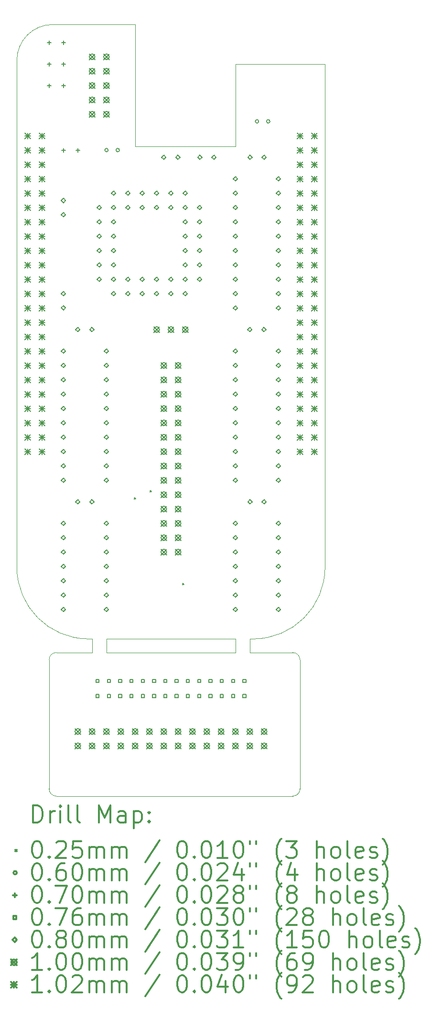
<source format=gbr>
%FSLAX45Y45*%
G04 Gerber Fmt 4.5, Leading zero omitted, Abs format (unit mm)*
G04 Created by KiCad (PCBNEW (5.1.5)-3) date 2020-06-03 17:34:59*
%MOMM*%
%LPD*%
G04 APERTURE LIST*
%TA.AperFunction,Profile*%
%ADD10C,0.002540*%
%TD*%
%ADD11C,0.200000*%
%ADD12C,0.300000*%
G04 APERTURE END LIST*
D10*
X15574010Y-15140940D02*
X15637510Y-15140940D01*
X15574010Y-15382240D02*
X15574010Y-15140940D01*
X12780010Y-15140940D02*
X12716510Y-15140940D01*
X12780010Y-15382240D02*
X12780010Y-15140940D01*
X12780010Y-15382240D02*
X12145010Y-15382240D01*
X15574010Y-15382240D02*
X16336010Y-15382240D01*
X13034010Y-15382240D02*
X15320010Y-15382240D01*
X15320010Y-15382240D02*
X15320010Y-15140940D01*
X13034010Y-15382240D02*
X13034010Y-15140940D01*
X16463010Y-15509240D02*
X16463010Y-17795240D01*
X16336010Y-15382240D02*
G75*
G02X16463010Y-15509240I0J-127000D01*
G01*
X16463010Y-17795240D02*
G75*
G02X16336010Y-17922240I-127000J0D01*
G01*
X12145010Y-17922240D02*
G75*
G02X12018010Y-17795240I0J127000D01*
G01*
X12018010Y-15509240D02*
G75*
G02X12145010Y-15382240I127000J0D01*
G01*
X12018010Y-15509240D02*
X12018010Y-17795240D01*
X16336010Y-17922240D02*
X12145010Y-17922240D01*
X11446510Y-13870940D02*
G75*
G03X12716510Y-15140940I1270000J0D01*
G01*
X15637510Y-15140940D02*
G75*
G03X16907510Y-13870940I0J1270000D01*
G01*
X12081510Y-4269740D02*
G75*
G03X11446510Y-4904740I0J-635000D01*
G01*
X13542010Y-4269740D02*
X12081510Y-4269740D01*
X13542010Y-6428740D02*
X13542010Y-4269740D01*
X15320010Y-6428740D02*
X13542010Y-6428740D01*
X15320010Y-4968240D02*
X15320010Y-6428740D01*
X16907510Y-4968240D02*
X15320010Y-4968240D01*
X16907510Y-13870940D02*
X16907510Y-4968240D01*
X13034010Y-15140940D02*
X15320010Y-15140940D01*
X11446510Y-4904740D02*
X11446510Y-13870940D01*
D11*
X13524040Y-12641670D02*
X13549440Y-12667070D01*
X13549440Y-12641670D02*
X13524040Y-12667070D01*
X13805170Y-12511490D02*
X13830570Y-12536890D01*
X13830570Y-12511490D02*
X13805170Y-12536890D01*
X14379010Y-14158000D02*
X14404410Y-14183400D01*
X14404410Y-14158000D02*
X14379010Y-14183400D01*
X15731000Y-5984240D02*
G75*
G03X15731000Y-5984240I-30000J0D01*
G01*
X15931000Y-5984240D02*
G75*
G03X15931000Y-5984240I-30000J0D01*
G01*
X13064000Y-6492240D02*
G75*
G03X13064000Y-6492240I-30000J0D01*
G01*
X13264000Y-6492240D02*
G75*
G03X13264000Y-6492240I-30000J0D01*
G01*
X12018000Y-4933240D02*
X12018000Y-5003240D01*
X11983000Y-4968240D02*
X12053000Y-4968240D01*
X12272000Y-4933240D02*
X12272000Y-5003240D01*
X12237000Y-4968240D02*
X12307000Y-4968240D01*
X12018000Y-5314240D02*
X12018000Y-5384240D01*
X11983000Y-5349240D02*
X12053000Y-5349240D01*
X12272000Y-5314240D02*
X12272000Y-5384240D01*
X12237000Y-5349240D02*
X12307000Y-5349240D01*
X12018000Y-4552240D02*
X12018000Y-4622240D01*
X11983000Y-4587240D02*
X12053000Y-4587240D01*
X12272000Y-4552240D02*
X12272000Y-4622240D01*
X12237000Y-4587240D02*
X12307000Y-4587240D01*
X12272000Y-6457240D02*
X12272000Y-6527240D01*
X12237000Y-6492240D02*
X12307000Y-6492240D01*
X12526000Y-6457240D02*
X12526000Y-6527240D01*
X12491000Y-6492240D02*
X12561000Y-6492240D01*
X12903941Y-15909141D02*
X12903941Y-15855259D01*
X12850059Y-15855259D01*
X12850059Y-15909141D01*
X12903941Y-15909141D01*
X12903941Y-16179141D02*
X12903941Y-16125259D01*
X12850059Y-16125259D01*
X12850059Y-16179141D01*
X12903941Y-16179141D01*
X13103941Y-15909141D02*
X13103941Y-15855259D01*
X13050059Y-15855259D01*
X13050059Y-15909141D01*
X13103941Y-15909141D01*
X13103941Y-16179141D02*
X13103941Y-16125259D01*
X13050059Y-16125259D01*
X13050059Y-16179141D01*
X13103941Y-16179141D01*
X13303941Y-15909141D02*
X13303941Y-15855259D01*
X13250059Y-15855259D01*
X13250059Y-15909141D01*
X13303941Y-15909141D01*
X13303941Y-16179141D02*
X13303941Y-16125259D01*
X13250059Y-16125259D01*
X13250059Y-16179141D01*
X13303941Y-16179141D01*
X13503941Y-15909141D02*
X13503941Y-15855259D01*
X13450059Y-15855259D01*
X13450059Y-15909141D01*
X13503941Y-15909141D01*
X13503941Y-16179141D02*
X13503941Y-16125259D01*
X13450059Y-16125259D01*
X13450059Y-16179141D01*
X13503941Y-16179141D01*
X13703941Y-15909141D02*
X13703941Y-15855259D01*
X13650059Y-15855259D01*
X13650059Y-15909141D01*
X13703941Y-15909141D01*
X13703941Y-16179141D02*
X13703941Y-16125259D01*
X13650059Y-16125259D01*
X13650059Y-16179141D01*
X13703941Y-16179141D01*
X13903941Y-15909141D02*
X13903941Y-15855259D01*
X13850059Y-15855259D01*
X13850059Y-15909141D01*
X13903941Y-15909141D01*
X13903941Y-16179141D02*
X13903941Y-16125259D01*
X13850059Y-16125259D01*
X13850059Y-16179141D01*
X13903941Y-16179141D01*
X14103941Y-15909141D02*
X14103941Y-15855259D01*
X14050059Y-15855259D01*
X14050059Y-15909141D01*
X14103941Y-15909141D01*
X14103941Y-16179141D02*
X14103941Y-16125259D01*
X14050059Y-16125259D01*
X14050059Y-16179141D01*
X14103941Y-16179141D01*
X14303941Y-15909141D02*
X14303941Y-15855259D01*
X14250059Y-15855259D01*
X14250059Y-15909141D01*
X14303941Y-15909141D01*
X14303941Y-16179141D02*
X14303941Y-16125259D01*
X14250059Y-16125259D01*
X14250059Y-16179141D01*
X14303941Y-16179141D01*
X14503941Y-15909141D02*
X14503941Y-15855259D01*
X14450059Y-15855259D01*
X14450059Y-15909141D01*
X14503941Y-15909141D01*
X14503941Y-16179141D02*
X14503941Y-16125259D01*
X14450059Y-16125259D01*
X14450059Y-16179141D01*
X14503941Y-16179141D01*
X14703941Y-15909141D02*
X14703941Y-15855259D01*
X14650059Y-15855259D01*
X14650059Y-15909141D01*
X14703941Y-15909141D01*
X14703941Y-16179141D02*
X14703941Y-16125259D01*
X14650059Y-16125259D01*
X14650059Y-16179141D01*
X14703941Y-16179141D01*
X14903941Y-15909141D02*
X14903941Y-15855259D01*
X14850059Y-15855259D01*
X14850059Y-15909141D01*
X14903941Y-15909141D01*
X14903941Y-16179141D02*
X14903941Y-16125259D01*
X14850059Y-16125259D01*
X14850059Y-16179141D01*
X14903941Y-16179141D01*
X15103941Y-15909141D02*
X15103941Y-15855259D01*
X15050059Y-15855259D01*
X15050059Y-15909141D01*
X15103941Y-15909141D01*
X15103941Y-16179141D02*
X15103941Y-16125259D01*
X15050059Y-16125259D01*
X15050059Y-16179141D01*
X15103941Y-16179141D01*
X15303941Y-15909141D02*
X15303941Y-15855259D01*
X15250059Y-15855259D01*
X15250059Y-15909141D01*
X15303941Y-15909141D01*
X15303941Y-16179141D02*
X15303941Y-16125259D01*
X15250059Y-16125259D01*
X15250059Y-16179141D01*
X15303941Y-16179141D01*
X15503941Y-15909141D02*
X15503941Y-15855259D01*
X15450059Y-15855259D01*
X15450059Y-15909141D01*
X15503941Y-15909141D01*
X15503941Y-16179141D02*
X15503941Y-16125259D01*
X15450059Y-16125259D01*
X15450059Y-16179141D01*
X15503941Y-16179141D01*
X15574000Y-9707240D02*
X15614000Y-9667240D01*
X15574000Y-9627240D01*
X15534000Y-9667240D01*
X15574000Y-9707240D01*
X15824000Y-9707240D02*
X15864000Y-9667240D01*
X15824000Y-9627240D01*
X15784000Y-9667240D01*
X15824000Y-9707240D01*
X15320000Y-13136200D02*
X15360000Y-13096200D01*
X15320000Y-13056200D01*
X15280000Y-13096200D01*
X15320000Y-13136200D01*
X15320000Y-13390200D02*
X15360000Y-13350200D01*
X15320000Y-13310200D01*
X15280000Y-13350200D01*
X15320000Y-13390200D01*
X15320000Y-13644200D02*
X15360000Y-13604200D01*
X15320000Y-13564200D01*
X15280000Y-13604200D01*
X15320000Y-13644200D01*
X15320000Y-13898200D02*
X15360000Y-13858200D01*
X15320000Y-13818200D01*
X15280000Y-13858200D01*
X15320000Y-13898200D01*
X15320000Y-14152200D02*
X15360000Y-14112200D01*
X15320000Y-14072200D01*
X15280000Y-14112200D01*
X15320000Y-14152200D01*
X15320000Y-14406200D02*
X15360000Y-14366200D01*
X15320000Y-14326200D01*
X15280000Y-14366200D01*
X15320000Y-14406200D01*
X15320000Y-14660200D02*
X15360000Y-14620200D01*
X15320000Y-14580200D01*
X15280000Y-14620200D01*
X15320000Y-14660200D01*
X16082000Y-13136200D02*
X16122000Y-13096200D01*
X16082000Y-13056200D01*
X16042000Y-13096200D01*
X16082000Y-13136200D01*
X16082000Y-13390200D02*
X16122000Y-13350200D01*
X16082000Y-13310200D01*
X16042000Y-13350200D01*
X16082000Y-13390200D01*
X16082000Y-13644200D02*
X16122000Y-13604200D01*
X16082000Y-13564200D01*
X16042000Y-13604200D01*
X16082000Y-13644200D01*
X16082000Y-13898200D02*
X16122000Y-13858200D01*
X16082000Y-13818200D01*
X16042000Y-13858200D01*
X16082000Y-13898200D01*
X16082000Y-14152200D02*
X16122000Y-14112200D01*
X16082000Y-14072200D01*
X16042000Y-14112200D01*
X16082000Y-14152200D01*
X16082000Y-14406200D02*
X16122000Y-14366200D01*
X16082000Y-14326200D01*
X16042000Y-14366200D01*
X16082000Y-14406200D01*
X16082000Y-14660200D02*
X16122000Y-14620200D01*
X16082000Y-14580200D01*
X16042000Y-14620200D01*
X16082000Y-14660200D01*
X15578000Y-6659240D02*
X15618000Y-6619240D01*
X15578000Y-6579240D01*
X15538000Y-6619240D01*
X15578000Y-6659240D01*
X15828000Y-6659240D02*
X15868000Y-6619240D01*
X15828000Y-6579240D01*
X15788000Y-6619240D01*
X15828000Y-6659240D01*
X14689000Y-6659240D02*
X14729000Y-6619240D01*
X14689000Y-6579240D01*
X14649000Y-6619240D01*
X14689000Y-6659240D01*
X14939000Y-6659240D02*
X14979000Y-6619240D01*
X14939000Y-6579240D01*
X14899000Y-6619240D01*
X14939000Y-6659240D01*
X15320000Y-10088200D02*
X15360000Y-10048200D01*
X15320000Y-10008200D01*
X15280000Y-10048200D01*
X15320000Y-10088200D01*
X15320000Y-10342200D02*
X15360000Y-10302200D01*
X15320000Y-10262200D01*
X15280000Y-10302200D01*
X15320000Y-10342200D01*
X15320000Y-10596200D02*
X15360000Y-10556200D01*
X15320000Y-10516200D01*
X15280000Y-10556200D01*
X15320000Y-10596200D01*
X15320000Y-10850200D02*
X15360000Y-10810200D01*
X15320000Y-10770200D01*
X15280000Y-10810200D01*
X15320000Y-10850200D01*
X15320000Y-11104200D02*
X15360000Y-11064200D01*
X15320000Y-11024200D01*
X15280000Y-11064200D01*
X15320000Y-11104200D01*
X15320000Y-11358200D02*
X15360000Y-11318200D01*
X15320000Y-11278200D01*
X15280000Y-11318200D01*
X15320000Y-11358200D01*
X15320000Y-11612200D02*
X15360000Y-11572200D01*
X15320000Y-11532200D01*
X15280000Y-11572200D01*
X15320000Y-11612200D01*
X15320000Y-11866200D02*
X15360000Y-11826200D01*
X15320000Y-11786200D01*
X15280000Y-11826200D01*
X15320000Y-11866200D01*
X15320000Y-12120200D02*
X15360000Y-12080200D01*
X15320000Y-12040200D01*
X15280000Y-12080200D01*
X15320000Y-12120200D01*
X15320000Y-12374200D02*
X15360000Y-12334200D01*
X15320000Y-12294200D01*
X15280000Y-12334200D01*
X15320000Y-12374200D01*
X16082000Y-10088200D02*
X16122000Y-10048200D01*
X16082000Y-10008200D01*
X16042000Y-10048200D01*
X16082000Y-10088200D01*
X16082000Y-10342200D02*
X16122000Y-10302200D01*
X16082000Y-10262200D01*
X16042000Y-10302200D01*
X16082000Y-10342200D01*
X16082000Y-10596200D02*
X16122000Y-10556200D01*
X16082000Y-10516200D01*
X16042000Y-10556200D01*
X16082000Y-10596200D01*
X16082000Y-10850200D02*
X16122000Y-10810200D01*
X16082000Y-10770200D01*
X16042000Y-10810200D01*
X16082000Y-10850200D01*
X16082000Y-11104200D02*
X16122000Y-11064200D01*
X16082000Y-11024200D01*
X16042000Y-11064200D01*
X16082000Y-11104200D01*
X16082000Y-11358200D02*
X16122000Y-11318200D01*
X16082000Y-11278200D01*
X16042000Y-11318200D01*
X16082000Y-11358200D01*
X16082000Y-11612200D02*
X16122000Y-11572200D01*
X16082000Y-11532200D01*
X16042000Y-11572200D01*
X16082000Y-11612200D01*
X16082000Y-11866200D02*
X16122000Y-11826200D01*
X16082000Y-11786200D01*
X16042000Y-11826200D01*
X16082000Y-11866200D01*
X16082000Y-12120200D02*
X16122000Y-12080200D01*
X16082000Y-12040200D01*
X16042000Y-12080200D01*
X16082000Y-12120200D01*
X16082000Y-12374200D02*
X16122000Y-12334200D01*
X16082000Y-12294200D01*
X16042000Y-12334200D01*
X16082000Y-12374200D01*
X12907000Y-7548240D02*
X12947000Y-7508240D01*
X12907000Y-7468240D01*
X12867000Y-7508240D01*
X12907000Y-7548240D01*
X12907000Y-7802240D02*
X12947000Y-7762240D01*
X12907000Y-7722240D01*
X12867000Y-7762240D01*
X12907000Y-7802240D01*
X12907000Y-8056240D02*
X12947000Y-8016240D01*
X12907000Y-7976240D01*
X12867000Y-8016240D01*
X12907000Y-8056240D01*
X12907000Y-8310240D02*
X12947000Y-8270240D01*
X12907000Y-8230240D01*
X12867000Y-8270240D01*
X12907000Y-8310240D01*
X12907000Y-8564240D02*
X12947000Y-8524240D01*
X12907000Y-8484240D01*
X12867000Y-8524240D01*
X12907000Y-8564240D01*
X12907000Y-8818240D02*
X12947000Y-8778240D01*
X12907000Y-8738240D01*
X12867000Y-8778240D01*
X12907000Y-8818240D01*
X13161000Y-7294240D02*
X13201000Y-7254240D01*
X13161000Y-7214240D01*
X13121000Y-7254240D01*
X13161000Y-7294240D01*
X13161000Y-7548240D02*
X13201000Y-7508240D01*
X13161000Y-7468240D01*
X13121000Y-7508240D01*
X13161000Y-7548240D01*
X13161000Y-7802240D02*
X13201000Y-7762240D01*
X13161000Y-7722240D01*
X13121000Y-7762240D01*
X13161000Y-7802240D01*
X13161000Y-8056240D02*
X13201000Y-8016240D01*
X13161000Y-7976240D01*
X13121000Y-8016240D01*
X13161000Y-8056240D01*
X13161000Y-8310240D02*
X13201000Y-8270240D01*
X13161000Y-8230240D01*
X13121000Y-8270240D01*
X13161000Y-8310240D01*
X13161000Y-8564240D02*
X13201000Y-8524240D01*
X13161000Y-8484240D01*
X13121000Y-8524240D01*
X13161000Y-8564240D01*
X13161000Y-8818240D02*
X13201000Y-8778240D01*
X13161000Y-8738240D01*
X13121000Y-8778240D01*
X13161000Y-8818240D01*
X13161000Y-9072240D02*
X13201000Y-9032240D01*
X13161000Y-8992240D01*
X13121000Y-9032240D01*
X13161000Y-9072240D01*
X13415000Y-7294240D02*
X13455000Y-7254240D01*
X13415000Y-7214240D01*
X13375000Y-7254240D01*
X13415000Y-7294240D01*
X13415000Y-7548240D02*
X13455000Y-7508240D01*
X13415000Y-7468240D01*
X13375000Y-7508240D01*
X13415000Y-7548240D01*
X13415000Y-8818240D02*
X13455000Y-8778240D01*
X13415000Y-8738240D01*
X13375000Y-8778240D01*
X13415000Y-8818240D01*
X13415000Y-9072240D02*
X13455000Y-9032240D01*
X13415000Y-8992240D01*
X13375000Y-9032240D01*
X13415000Y-9072240D01*
X13669000Y-7294240D02*
X13709000Y-7254240D01*
X13669000Y-7214240D01*
X13629000Y-7254240D01*
X13669000Y-7294240D01*
X13669000Y-7548240D02*
X13709000Y-7508240D01*
X13669000Y-7468240D01*
X13629000Y-7508240D01*
X13669000Y-7548240D01*
X13669000Y-8818240D02*
X13709000Y-8778240D01*
X13669000Y-8738240D01*
X13629000Y-8778240D01*
X13669000Y-8818240D01*
X13669000Y-9072240D02*
X13709000Y-9032240D01*
X13669000Y-8992240D01*
X13629000Y-9032240D01*
X13669000Y-9072240D01*
X13923000Y-7294240D02*
X13963000Y-7254240D01*
X13923000Y-7214240D01*
X13883000Y-7254240D01*
X13923000Y-7294240D01*
X13923000Y-7548240D02*
X13963000Y-7508240D01*
X13923000Y-7468240D01*
X13883000Y-7508240D01*
X13923000Y-7548240D01*
X13923000Y-8818240D02*
X13963000Y-8778240D01*
X13923000Y-8738240D01*
X13883000Y-8778240D01*
X13923000Y-8818240D01*
X13923000Y-9072240D02*
X13963000Y-9032240D01*
X13923000Y-8992240D01*
X13883000Y-9032240D01*
X13923000Y-9072240D01*
X14177000Y-7294240D02*
X14217000Y-7254240D01*
X14177000Y-7214240D01*
X14137000Y-7254240D01*
X14177000Y-7294240D01*
X14177000Y-7548240D02*
X14217000Y-7508240D01*
X14177000Y-7468240D01*
X14137000Y-7508240D01*
X14177000Y-7548240D01*
X14177000Y-8818240D02*
X14217000Y-8778240D01*
X14177000Y-8738240D01*
X14137000Y-8778240D01*
X14177000Y-8818240D01*
X14177000Y-9072240D02*
X14217000Y-9032240D01*
X14177000Y-8992240D01*
X14137000Y-9032240D01*
X14177000Y-9072240D01*
X14431000Y-7294240D02*
X14471000Y-7254240D01*
X14431000Y-7214240D01*
X14391000Y-7254240D01*
X14431000Y-7294240D01*
X14431000Y-7548240D02*
X14471000Y-7508240D01*
X14431000Y-7468240D01*
X14391000Y-7508240D01*
X14431000Y-7548240D01*
X14431000Y-7802240D02*
X14471000Y-7762240D01*
X14431000Y-7722240D01*
X14391000Y-7762240D01*
X14431000Y-7802240D01*
X14431000Y-8056240D02*
X14471000Y-8016240D01*
X14431000Y-7976240D01*
X14391000Y-8016240D01*
X14431000Y-8056240D01*
X14431000Y-8310240D02*
X14471000Y-8270240D01*
X14431000Y-8230240D01*
X14391000Y-8270240D01*
X14431000Y-8310240D01*
X14431000Y-8564240D02*
X14471000Y-8524240D01*
X14431000Y-8484240D01*
X14391000Y-8524240D01*
X14431000Y-8564240D01*
X14431000Y-8818240D02*
X14471000Y-8778240D01*
X14431000Y-8738240D01*
X14391000Y-8778240D01*
X14431000Y-8818240D01*
X14431000Y-9072240D02*
X14471000Y-9032240D01*
X14431000Y-8992240D01*
X14391000Y-9032240D01*
X14431000Y-9072240D01*
X14685000Y-7548240D02*
X14725000Y-7508240D01*
X14685000Y-7468240D01*
X14645000Y-7508240D01*
X14685000Y-7548240D01*
X14685000Y-7802240D02*
X14725000Y-7762240D01*
X14685000Y-7722240D01*
X14645000Y-7762240D01*
X14685000Y-7802240D01*
X14685000Y-8056240D02*
X14725000Y-8016240D01*
X14685000Y-7976240D01*
X14645000Y-8016240D01*
X14685000Y-8056240D01*
X14685000Y-8310240D02*
X14725000Y-8270240D01*
X14685000Y-8230240D01*
X14645000Y-8270240D01*
X14685000Y-8310240D01*
X14685000Y-8564240D02*
X14725000Y-8524240D01*
X14685000Y-8484240D01*
X14645000Y-8524240D01*
X14685000Y-8564240D01*
X14685000Y-8818240D02*
X14725000Y-8778240D01*
X14685000Y-8738240D01*
X14645000Y-8778240D01*
X14685000Y-8818240D01*
X12272000Y-7425240D02*
X12312000Y-7385240D01*
X12272000Y-7345240D01*
X12232000Y-7385240D01*
X12272000Y-7425240D01*
X12272000Y-7675240D02*
X12312000Y-7635240D01*
X12272000Y-7595240D01*
X12232000Y-7635240D01*
X12272000Y-7675240D01*
X15320000Y-7040240D02*
X15360000Y-7000240D01*
X15320000Y-6960240D01*
X15280000Y-7000240D01*
X15320000Y-7040240D01*
X15320000Y-7294240D02*
X15360000Y-7254240D01*
X15320000Y-7214240D01*
X15280000Y-7254240D01*
X15320000Y-7294240D01*
X15320000Y-7548240D02*
X15360000Y-7508240D01*
X15320000Y-7468240D01*
X15280000Y-7508240D01*
X15320000Y-7548240D01*
X15320000Y-7802240D02*
X15360000Y-7762240D01*
X15320000Y-7722240D01*
X15280000Y-7762240D01*
X15320000Y-7802240D01*
X15320000Y-8056240D02*
X15360000Y-8016240D01*
X15320000Y-7976240D01*
X15280000Y-8016240D01*
X15320000Y-8056240D01*
X15320000Y-8310240D02*
X15360000Y-8270240D01*
X15320000Y-8230240D01*
X15280000Y-8270240D01*
X15320000Y-8310240D01*
X15320000Y-8564240D02*
X15360000Y-8524240D01*
X15320000Y-8484240D01*
X15280000Y-8524240D01*
X15320000Y-8564240D01*
X15320000Y-8818240D02*
X15360000Y-8778240D01*
X15320000Y-8738240D01*
X15280000Y-8778240D01*
X15320000Y-8818240D01*
X15320000Y-9072240D02*
X15360000Y-9032240D01*
X15320000Y-8992240D01*
X15280000Y-9032240D01*
X15320000Y-9072240D01*
X15320000Y-9326240D02*
X15360000Y-9286240D01*
X15320000Y-9246240D01*
X15280000Y-9286240D01*
X15320000Y-9326240D01*
X16082000Y-7040240D02*
X16122000Y-7000240D01*
X16082000Y-6960240D01*
X16042000Y-7000240D01*
X16082000Y-7040240D01*
X16082000Y-7294240D02*
X16122000Y-7254240D01*
X16082000Y-7214240D01*
X16042000Y-7254240D01*
X16082000Y-7294240D01*
X16082000Y-7548240D02*
X16122000Y-7508240D01*
X16082000Y-7468240D01*
X16042000Y-7508240D01*
X16082000Y-7548240D01*
X16082000Y-7802240D02*
X16122000Y-7762240D01*
X16082000Y-7722240D01*
X16042000Y-7762240D01*
X16082000Y-7802240D01*
X16082000Y-8056240D02*
X16122000Y-8016240D01*
X16082000Y-7976240D01*
X16042000Y-8016240D01*
X16082000Y-8056240D01*
X16082000Y-8310240D02*
X16122000Y-8270240D01*
X16082000Y-8230240D01*
X16042000Y-8270240D01*
X16082000Y-8310240D01*
X16082000Y-8564240D02*
X16122000Y-8524240D01*
X16082000Y-8484240D01*
X16042000Y-8524240D01*
X16082000Y-8564240D01*
X16082000Y-8818240D02*
X16122000Y-8778240D01*
X16082000Y-8738240D01*
X16042000Y-8778240D01*
X16082000Y-8818240D01*
X16082000Y-9072240D02*
X16122000Y-9032240D01*
X16082000Y-8992240D01*
X16042000Y-9032240D01*
X16082000Y-9072240D01*
X16082000Y-9326240D02*
X16122000Y-9286240D01*
X16082000Y-9246240D01*
X16042000Y-9286240D01*
X16082000Y-9326240D01*
X14050000Y-6659240D02*
X14090000Y-6619240D01*
X14050000Y-6579240D01*
X14010000Y-6619240D01*
X14050000Y-6659240D01*
X14300000Y-6659240D02*
X14340000Y-6619240D01*
X14300000Y-6579240D01*
X14260000Y-6619240D01*
X14300000Y-6659240D01*
X15578000Y-12755200D02*
X15618000Y-12715200D01*
X15578000Y-12675200D01*
X15538000Y-12715200D01*
X15578000Y-12755200D01*
X15828000Y-12755200D02*
X15868000Y-12715200D01*
X15828000Y-12675200D01*
X15788000Y-12715200D01*
X15828000Y-12755200D01*
X12526000Y-12755200D02*
X12566000Y-12715200D01*
X12526000Y-12675200D01*
X12486000Y-12715200D01*
X12526000Y-12755200D01*
X12776000Y-12755200D02*
X12816000Y-12715200D01*
X12776000Y-12675200D01*
X12736000Y-12715200D01*
X12776000Y-12755200D01*
X12272000Y-9072240D02*
X12312000Y-9032240D01*
X12272000Y-8992240D01*
X12232000Y-9032240D01*
X12272000Y-9072240D01*
X12272000Y-9322240D02*
X12312000Y-9282240D01*
X12272000Y-9242240D01*
X12232000Y-9282240D01*
X12272000Y-9322240D01*
X12272000Y-10088200D02*
X12312000Y-10048200D01*
X12272000Y-10008200D01*
X12232000Y-10048200D01*
X12272000Y-10088200D01*
X12272000Y-10342200D02*
X12312000Y-10302200D01*
X12272000Y-10262200D01*
X12232000Y-10302200D01*
X12272000Y-10342200D01*
X12272000Y-10596200D02*
X12312000Y-10556200D01*
X12272000Y-10516200D01*
X12232000Y-10556200D01*
X12272000Y-10596200D01*
X12272000Y-10850200D02*
X12312000Y-10810200D01*
X12272000Y-10770200D01*
X12232000Y-10810200D01*
X12272000Y-10850200D01*
X12272000Y-11104200D02*
X12312000Y-11064200D01*
X12272000Y-11024200D01*
X12232000Y-11064200D01*
X12272000Y-11104200D01*
X12272000Y-11358200D02*
X12312000Y-11318200D01*
X12272000Y-11278200D01*
X12232000Y-11318200D01*
X12272000Y-11358200D01*
X12272000Y-11612200D02*
X12312000Y-11572200D01*
X12272000Y-11532200D01*
X12232000Y-11572200D01*
X12272000Y-11612200D01*
X12272000Y-11866200D02*
X12312000Y-11826200D01*
X12272000Y-11786200D01*
X12232000Y-11826200D01*
X12272000Y-11866200D01*
X12272000Y-12120200D02*
X12312000Y-12080200D01*
X12272000Y-12040200D01*
X12232000Y-12080200D01*
X12272000Y-12120200D01*
X12272000Y-12374200D02*
X12312000Y-12334200D01*
X12272000Y-12294200D01*
X12232000Y-12334200D01*
X12272000Y-12374200D01*
X13034000Y-10088200D02*
X13074000Y-10048200D01*
X13034000Y-10008200D01*
X12994000Y-10048200D01*
X13034000Y-10088200D01*
X13034000Y-10342200D02*
X13074000Y-10302200D01*
X13034000Y-10262200D01*
X12994000Y-10302200D01*
X13034000Y-10342200D01*
X13034000Y-10596200D02*
X13074000Y-10556200D01*
X13034000Y-10516200D01*
X12994000Y-10556200D01*
X13034000Y-10596200D01*
X13034000Y-10850200D02*
X13074000Y-10810200D01*
X13034000Y-10770200D01*
X12994000Y-10810200D01*
X13034000Y-10850200D01*
X13034000Y-11104200D02*
X13074000Y-11064200D01*
X13034000Y-11024200D01*
X12994000Y-11064200D01*
X13034000Y-11104200D01*
X13034000Y-11358200D02*
X13074000Y-11318200D01*
X13034000Y-11278200D01*
X12994000Y-11318200D01*
X13034000Y-11358200D01*
X13034000Y-11612200D02*
X13074000Y-11572200D01*
X13034000Y-11532200D01*
X12994000Y-11572200D01*
X13034000Y-11612200D01*
X13034000Y-11866200D02*
X13074000Y-11826200D01*
X13034000Y-11786200D01*
X12994000Y-11826200D01*
X13034000Y-11866200D01*
X13034000Y-12120200D02*
X13074000Y-12080200D01*
X13034000Y-12040200D01*
X12994000Y-12080200D01*
X13034000Y-12120200D01*
X13034000Y-12374200D02*
X13074000Y-12334200D01*
X13034000Y-12294200D01*
X12994000Y-12334200D01*
X13034000Y-12374200D01*
X12272000Y-13136200D02*
X12312000Y-13096200D01*
X12272000Y-13056200D01*
X12232000Y-13096200D01*
X12272000Y-13136200D01*
X12272000Y-13390200D02*
X12312000Y-13350200D01*
X12272000Y-13310200D01*
X12232000Y-13350200D01*
X12272000Y-13390200D01*
X12272000Y-13644200D02*
X12312000Y-13604200D01*
X12272000Y-13564200D01*
X12232000Y-13604200D01*
X12272000Y-13644200D01*
X12272000Y-13898200D02*
X12312000Y-13858200D01*
X12272000Y-13818200D01*
X12232000Y-13858200D01*
X12272000Y-13898200D01*
X12272000Y-14152200D02*
X12312000Y-14112200D01*
X12272000Y-14072200D01*
X12232000Y-14112200D01*
X12272000Y-14152200D01*
X12272000Y-14406200D02*
X12312000Y-14366200D01*
X12272000Y-14326200D01*
X12232000Y-14366200D01*
X12272000Y-14406200D01*
X12272000Y-14660200D02*
X12312000Y-14620200D01*
X12272000Y-14580200D01*
X12232000Y-14620200D01*
X12272000Y-14660200D01*
X13034000Y-13136200D02*
X13074000Y-13096200D01*
X13034000Y-13056200D01*
X12994000Y-13096200D01*
X13034000Y-13136200D01*
X13034000Y-13390200D02*
X13074000Y-13350200D01*
X13034000Y-13310200D01*
X12994000Y-13350200D01*
X13034000Y-13390200D01*
X13034000Y-13644200D02*
X13074000Y-13604200D01*
X13034000Y-13564200D01*
X12994000Y-13604200D01*
X13034000Y-13644200D01*
X13034000Y-13898200D02*
X13074000Y-13858200D01*
X13034000Y-13818200D01*
X12994000Y-13858200D01*
X13034000Y-13898200D01*
X13034000Y-14152200D02*
X13074000Y-14112200D01*
X13034000Y-14072200D01*
X12994000Y-14112200D01*
X13034000Y-14152200D01*
X13034000Y-14406200D02*
X13074000Y-14366200D01*
X13034000Y-14326200D01*
X12994000Y-14366200D01*
X13034000Y-14406200D01*
X13034000Y-14660200D02*
X13074000Y-14620200D01*
X13034000Y-14580200D01*
X12994000Y-14620200D01*
X13034000Y-14660200D01*
X12526000Y-9707240D02*
X12566000Y-9667240D01*
X12526000Y-9627240D01*
X12486000Y-9667240D01*
X12526000Y-9707240D01*
X12776000Y-9707240D02*
X12816000Y-9667240D01*
X12776000Y-9627240D01*
X12736000Y-9667240D01*
X12776000Y-9707240D01*
X12476000Y-16729200D02*
X12576000Y-16829200D01*
X12576000Y-16729200D02*
X12476000Y-16829200D01*
X12576000Y-16779200D02*
G75*
G03X12576000Y-16779200I-50000J0D01*
G01*
X12476000Y-16983200D02*
X12576000Y-17083200D01*
X12576000Y-16983200D02*
X12476000Y-17083200D01*
X12576000Y-17033200D02*
G75*
G03X12576000Y-17033200I-50000J0D01*
G01*
X12730000Y-16729200D02*
X12830000Y-16829200D01*
X12830000Y-16729200D02*
X12730000Y-16829200D01*
X12830000Y-16779200D02*
G75*
G03X12830000Y-16779200I-50000J0D01*
G01*
X12730000Y-16983200D02*
X12830000Y-17083200D01*
X12830000Y-16983200D02*
X12730000Y-17083200D01*
X12830000Y-17033200D02*
G75*
G03X12830000Y-17033200I-50000J0D01*
G01*
X12984000Y-16729200D02*
X13084000Y-16829200D01*
X13084000Y-16729200D02*
X12984000Y-16829200D01*
X13084000Y-16779200D02*
G75*
G03X13084000Y-16779200I-50000J0D01*
G01*
X12984000Y-16983200D02*
X13084000Y-17083200D01*
X13084000Y-16983200D02*
X12984000Y-17083200D01*
X13084000Y-17033200D02*
G75*
G03X13084000Y-17033200I-50000J0D01*
G01*
X13238000Y-16729200D02*
X13338000Y-16829200D01*
X13338000Y-16729200D02*
X13238000Y-16829200D01*
X13338000Y-16779200D02*
G75*
G03X13338000Y-16779200I-50000J0D01*
G01*
X13238000Y-16983200D02*
X13338000Y-17083200D01*
X13338000Y-16983200D02*
X13238000Y-17083200D01*
X13338000Y-17033200D02*
G75*
G03X13338000Y-17033200I-50000J0D01*
G01*
X13492000Y-16729200D02*
X13592000Y-16829200D01*
X13592000Y-16729200D02*
X13492000Y-16829200D01*
X13592000Y-16779200D02*
G75*
G03X13592000Y-16779200I-50000J0D01*
G01*
X13492000Y-16983200D02*
X13592000Y-17083200D01*
X13592000Y-16983200D02*
X13492000Y-17083200D01*
X13592000Y-17033200D02*
G75*
G03X13592000Y-17033200I-50000J0D01*
G01*
X13746000Y-16729200D02*
X13846000Y-16829200D01*
X13846000Y-16729200D02*
X13746000Y-16829200D01*
X13846000Y-16779200D02*
G75*
G03X13846000Y-16779200I-50000J0D01*
G01*
X13746000Y-16983200D02*
X13846000Y-17083200D01*
X13846000Y-16983200D02*
X13746000Y-17083200D01*
X13846000Y-17033200D02*
G75*
G03X13846000Y-17033200I-50000J0D01*
G01*
X14000000Y-16729200D02*
X14100000Y-16829200D01*
X14100000Y-16729200D02*
X14000000Y-16829200D01*
X14100000Y-16779200D02*
G75*
G03X14100000Y-16779200I-50000J0D01*
G01*
X14000000Y-16983200D02*
X14100000Y-17083200D01*
X14100000Y-16983200D02*
X14000000Y-17083200D01*
X14100000Y-17033200D02*
G75*
G03X14100000Y-17033200I-50000J0D01*
G01*
X14254000Y-16729200D02*
X14354000Y-16829200D01*
X14354000Y-16729200D02*
X14254000Y-16829200D01*
X14354000Y-16779200D02*
G75*
G03X14354000Y-16779200I-50000J0D01*
G01*
X14254000Y-16983200D02*
X14354000Y-17083200D01*
X14354000Y-16983200D02*
X14254000Y-17083200D01*
X14354000Y-17033200D02*
G75*
G03X14354000Y-17033200I-50000J0D01*
G01*
X14508000Y-16729200D02*
X14608000Y-16829200D01*
X14608000Y-16729200D02*
X14508000Y-16829200D01*
X14608000Y-16779200D02*
G75*
G03X14608000Y-16779200I-50000J0D01*
G01*
X14508000Y-16983200D02*
X14608000Y-17083200D01*
X14608000Y-16983200D02*
X14508000Y-17083200D01*
X14608000Y-17033200D02*
G75*
G03X14608000Y-17033200I-50000J0D01*
G01*
X14762000Y-16729200D02*
X14862000Y-16829200D01*
X14862000Y-16729200D02*
X14762000Y-16829200D01*
X14862000Y-16779200D02*
G75*
G03X14862000Y-16779200I-50000J0D01*
G01*
X14762000Y-16983200D02*
X14862000Y-17083200D01*
X14862000Y-16983200D02*
X14762000Y-17083200D01*
X14862000Y-17033200D02*
G75*
G03X14862000Y-17033200I-50000J0D01*
G01*
X15016000Y-16729200D02*
X15116000Y-16829200D01*
X15116000Y-16729200D02*
X15016000Y-16829200D01*
X15116000Y-16779200D02*
G75*
G03X15116000Y-16779200I-50000J0D01*
G01*
X15016000Y-16983200D02*
X15116000Y-17083200D01*
X15116000Y-16983200D02*
X15016000Y-17083200D01*
X15116000Y-17033200D02*
G75*
G03X15116000Y-17033200I-50000J0D01*
G01*
X15270000Y-16729200D02*
X15370000Y-16829200D01*
X15370000Y-16729200D02*
X15270000Y-16829200D01*
X15370000Y-16779200D02*
G75*
G03X15370000Y-16779200I-50000J0D01*
G01*
X15270000Y-16983200D02*
X15370000Y-17083200D01*
X15370000Y-16983200D02*
X15270000Y-17083200D01*
X15370000Y-17033200D02*
G75*
G03X15370000Y-17033200I-50000J0D01*
G01*
X15524000Y-16729200D02*
X15624000Y-16829200D01*
X15624000Y-16729200D02*
X15524000Y-16829200D01*
X15624000Y-16779200D02*
G75*
G03X15624000Y-16779200I-50000J0D01*
G01*
X15524000Y-16983200D02*
X15624000Y-17083200D01*
X15624000Y-16983200D02*
X15524000Y-17083200D01*
X15624000Y-17033200D02*
G75*
G03X15624000Y-17033200I-50000J0D01*
G01*
X15778000Y-16729200D02*
X15878000Y-16829200D01*
X15878000Y-16729200D02*
X15778000Y-16829200D01*
X15878000Y-16779200D02*
G75*
G03X15878000Y-16779200I-50000J0D01*
G01*
X15778000Y-16983200D02*
X15878000Y-17083200D01*
X15878000Y-16983200D02*
X15778000Y-17083200D01*
X15878000Y-17033200D02*
G75*
G03X15878000Y-17033200I-50000J0D01*
G01*
X14000000Y-10252200D02*
X14100000Y-10352200D01*
X14100000Y-10252200D02*
X14000000Y-10352200D01*
X14100000Y-10302200D02*
G75*
G03X14100000Y-10302200I-50000J0D01*
G01*
X14000000Y-10506200D02*
X14100000Y-10606200D01*
X14100000Y-10506200D02*
X14000000Y-10606200D01*
X14100000Y-10556200D02*
G75*
G03X14100000Y-10556200I-50000J0D01*
G01*
X14000000Y-10760200D02*
X14100000Y-10860200D01*
X14100000Y-10760200D02*
X14000000Y-10860200D01*
X14100000Y-10810200D02*
G75*
G03X14100000Y-10810200I-50000J0D01*
G01*
X14000000Y-11014200D02*
X14100000Y-11114200D01*
X14100000Y-11014200D02*
X14000000Y-11114200D01*
X14100000Y-11064200D02*
G75*
G03X14100000Y-11064200I-50000J0D01*
G01*
X14000000Y-11268200D02*
X14100000Y-11368200D01*
X14100000Y-11268200D02*
X14000000Y-11368200D01*
X14100000Y-11318200D02*
G75*
G03X14100000Y-11318200I-50000J0D01*
G01*
X14000000Y-11522200D02*
X14100000Y-11622200D01*
X14100000Y-11522200D02*
X14000000Y-11622200D01*
X14100000Y-11572200D02*
G75*
G03X14100000Y-11572200I-50000J0D01*
G01*
X14000000Y-11776200D02*
X14100000Y-11876200D01*
X14100000Y-11776200D02*
X14000000Y-11876200D01*
X14100000Y-11826200D02*
G75*
G03X14100000Y-11826200I-50000J0D01*
G01*
X14000000Y-12030200D02*
X14100000Y-12130200D01*
X14100000Y-12030200D02*
X14000000Y-12130200D01*
X14100000Y-12080200D02*
G75*
G03X14100000Y-12080200I-50000J0D01*
G01*
X14000000Y-12284200D02*
X14100000Y-12384200D01*
X14100000Y-12284200D02*
X14000000Y-12384200D01*
X14100000Y-12334200D02*
G75*
G03X14100000Y-12334200I-50000J0D01*
G01*
X14000000Y-12538200D02*
X14100000Y-12638200D01*
X14100000Y-12538200D02*
X14000000Y-12638200D01*
X14100000Y-12588200D02*
G75*
G03X14100000Y-12588200I-50000J0D01*
G01*
X14000000Y-12792200D02*
X14100000Y-12892200D01*
X14100000Y-12792200D02*
X14000000Y-12892200D01*
X14100000Y-12842200D02*
G75*
G03X14100000Y-12842200I-50000J0D01*
G01*
X14000000Y-13046200D02*
X14100000Y-13146200D01*
X14100000Y-13046200D02*
X14000000Y-13146200D01*
X14100000Y-13096200D02*
G75*
G03X14100000Y-13096200I-50000J0D01*
G01*
X14000000Y-13300200D02*
X14100000Y-13400200D01*
X14100000Y-13300200D02*
X14000000Y-13400200D01*
X14100000Y-13350200D02*
G75*
G03X14100000Y-13350200I-50000J0D01*
G01*
X14000000Y-13554200D02*
X14100000Y-13654200D01*
X14100000Y-13554200D02*
X14000000Y-13654200D01*
X14100000Y-13604200D02*
G75*
G03X14100000Y-13604200I-50000J0D01*
G01*
X14254000Y-10252200D02*
X14354000Y-10352200D01*
X14354000Y-10252200D02*
X14254000Y-10352200D01*
X14354000Y-10302200D02*
G75*
G03X14354000Y-10302200I-50000J0D01*
G01*
X14254000Y-10506200D02*
X14354000Y-10606200D01*
X14354000Y-10506200D02*
X14254000Y-10606200D01*
X14354000Y-10556200D02*
G75*
G03X14354000Y-10556200I-50000J0D01*
G01*
X14254000Y-10760200D02*
X14354000Y-10860200D01*
X14354000Y-10760200D02*
X14254000Y-10860200D01*
X14354000Y-10810200D02*
G75*
G03X14354000Y-10810200I-50000J0D01*
G01*
X14254000Y-11014200D02*
X14354000Y-11114200D01*
X14354000Y-11014200D02*
X14254000Y-11114200D01*
X14354000Y-11064200D02*
G75*
G03X14354000Y-11064200I-50000J0D01*
G01*
X14254000Y-11268200D02*
X14354000Y-11368200D01*
X14354000Y-11268200D02*
X14254000Y-11368200D01*
X14354000Y-11318200D02*
G75*
G03X14354000Y-11318200I-50000J0D01*
G01*
X14254000Y-11522200D02*
X14354000Y-11622200D01*
X14354000Y-11522200D02*
X14254000Y-11622200D01*
X14354000Y-11572200D02*
G75*
G03X14354000Y-11572200I-50000J0D01*
G01*
X14254000Y-11776200D02*
X14354000Y-11876200D01*
X14354000Y-11776200D02*
X14254000Y-11876200D01*
X14354000Y-11826200D02*
G75*
G03X14354000Y-11826200I-50000J0D01*
G01*
X14254000Y-12030200D02*
X14354000Y-12130200D01*
X14354000Y-12030200D02*
X14254000Y-12130200D01*
X14354000Y-12080200D02*
G75*
G03X14354000Y-12080200I-50000J0D01*
G01*
X14254000Y-12284200D02*
X14354000Y-12384200D01*
X14354000Y-12284200D02*
X14254000Y-12384200D01*
X14354000Y-12334200D02*
G75*
G03X14354000Y-12334200I-50000J0D01*
G01*
X14254000Y-12538200D02*
X14354000Y-12638200D01*
X14354000Y-12538200D02*
X14254000Y-12638200D01*
X14354000Y-12588200D02*
G75*
G03X14354000Y-12588200I-50000J0D01*
G01*
X14254000Y-12792200D02*
X14354000Y-12892200D01*
X14354000Y-12792200D02*
X14254000Y-12892200D01*
X14354000Y-12842200D02*
G75*
G03X14354000Y-12842200I-50000J0D01*
G01*
X14254000Y-13046200D02*
X14354000Y-13146200D01*
X14354000Y-13046200D02*
X14254000Y-13146200D01*
X14354000Y-13096200D02*
G75*
G03X14354000Y-13096200I-50000J0D01*
G01*
X14254000Y-13300200D02*
X14354000Y-13400200D01*
X14354000Y-13300200D02*
X14254000Y-13400200D01*
X14354000Y-13350200D02*
G75*
G03X14354000Y-13350200I-50000J0D01*
G01*
X14254000Y-13554200D02*
X14354000Y-13654200D01*
X14354000Y-13554200D02*
X14254000Y-13654200D01*
X14354000Y-13604200D02*
G75*
G03X14354000Y-13604200I-50000J0D01*
G01*
X13873000Y-9617240D02*
X13973000Y-9717240D01*
X13973000Y-9617240D02*
X13873000Y-9717240D01*
X13973000Y-9667240D02*
G75*
G03X13973000Y-9667240I-50000J0D01*
G01*
X14127000Y-9617240D02*
X14227000Y-9717240D01*
X14227000Y-9617240D02*
X14127000Y-9717240D01*
X14227000Y-9667240D02*
G75*
G03X14227000Y-9667240I-50000J0D01*
G01*
X14381000Y-9617240D02*
X14481000Y-9717240D01*
X14481000Y-9617240D02*
X14381000Y-9717240D01*
X14481000Y-9667240D02*
G75*
G03X14481000Y-9667240I-50000J0D01*
G01*
X12730000Y-4791240D02*
X12830000Y-4891240D01*
X12830000Y-4791240D02*
X12730000Y-4891240D01*
X12830000Y-4841240D02*
G75*
G03X12830000Y-4841240I-50000J0D01*
G01*
X12730000Y-5045240D02*
X12830000Y-5145240D01*
X12830000Y-5045240D02*
X12730000Y-5145240D01*
X12830000Y-5095240D02*
G75*
G03X12830000Y-5095240I-50000J0D01*
G01*
X12730000Y-5299240D02*
X12830000Y-5399240D01*
X12830000Y-5299240D02*
X12730000Y-5399240D01*
X12830000Y-5349240D02*
G75*
G03X12830000Y-5349240I-50000J0D01*
G01*
X12730000Y-5553240D02*
X12830000Y-5653240D01*
X12830000Y-5553240D02*
X12730000Y-5653240D01*
X12830000Y-5603240D02*
G75*
G03X12830000Y-5603240I-50000J0D01*
G01*
X12730000Y-5807240D02*
X12830000Y-5907240D01*
X12830000Y-5807240D02*
X12730000Y-5907240D01*
X12830000Y-5857240D02*
G75*
G03X12830000Y-5857240I-50000J0D01*
G01*
X12984000Y-4791240D02*
X13084000Y-4891240D01*
X13084000Y-4791240D02*
X12984000Y-4891240D01*
X13084000Y-4841240D02*
G75*
G03X13084000Y-4841240I-50000J0D01*
G01*
X12984000Y-5045240D02*
X13084000Y-5145240D01*
X13084000Y-5045240D02*
X12984000Y-5145240D01*
X13084000Y-5095240D02*
G75*
G03X13084000Y-5095240I-50000J0D01*
G01*
X12984000Y-5299240D02*
X13084000Y-5399240D01*
X13084000Y-5299240D02*
X12984000Y-5399240D01*
X13084000Y-5349240D02*
G75*
G03X13084000Y-5349240I-50000J0D01*
G01*
X12984000Y-5553240D02*
X13084000Y-5653240D01*
X13084000Y-5553240D02*
X12984000Y-5653240D01*
X13084000Y-5603240D02*
G75*
G03X13084000Y-5603240I-50000J0D01*
G01*
X12984000Y-5807240D02*
X13084000Y-5907240D01*
X13084000Y-5807240D02*
X12984000Y-5907240D01*
X13084000Y-5857240D02*
G75*
G03X13084000Y-5857240I-50000J0D01*
G01*
X11586200Y-6187440D02*
X11687800Y-6289040D01*
X11687800Y-6187440D02*
X11586200Y-6289040D01*
X11637000Y-6187440D02*
X11637000Y-6289040D01*
X11586200Y-6238240D02*
X11687800Y-6238240D01*
X11586200Y-6441440D02*
X11687800Y-6543040D01*
X11687800Y-6441440D02*
X11586200Y-6543040D01*
X11637000Y-6441440D02*
X11637000Y-6543040D01*
X11586200Y-6492240D02*
X11687800Y-6492240D01*
X11586200Y-6695440D02*
X11687800Y-6797040D01*
X11687800Y-6695440D02*
X11586200Y-6797040D01*
X11637000Y-6695440D02*
X11637000Y-6797040D01*
X11586200Y-6746240D02*
X11687800Y-6746240D01*
X11586200Y-6949440D02*
X11687800Y-7051040D01*
X11687800Y-6949440D02*
X11586200Y-7051040D01*
X11637000Y-6949440D02*
X11637000Y-7051040D01*
X11586200Y-7000240D02*
X11687800Y-7000240D01*
X11586200Y-7203440D02*
X11687800Y-7305040D01*
X11687800Y-7203440D02*
X11586200Y-7305040D01*
X11637000Y-7203440D02*
X11637000Y-7305040D01*
X11586200Y-7254240D02*
X11687800Y-7254240D01*
X11586200Y-7457440D02*
X11687800Y-7559040D01*
X11687800Y-7457440D02*
X11586200Y-7559040D01*
X11637000Y-7457440D02*
X11637000Y-7559040D01*
X11586200Y-7508240D02*
X11687800Y-7508240D01*
X11586200Y-7711440D02*
X11687800Y-7813040D01*
X11687800Y-7711440D02*
X11586200Y-7813040D01*
X11637000Y-7711440D02*
X11637000Y-7813040D01*
X11586200Y-7762240D02*
X11687800Y-7762240D01*
X11586200Y-7965440D02*
X11687800Y-8067040D01*
X11687800Y-7965440D02*
X11586200Y-8067040D01*
X11637000Y-7965440D02*
X11637000Y-8067040D01*
X11586200Y-8016240D02*
X11687800Y-8016240D01*
X11586200Y-8219440D02*
X11687800Y-8321040D01*
X11687800Y-8219440D02*
X11586200Y-8321040D01*
X11637000Y-8219440D02*
X11637000Y-8321040D01*
X11586200Y-8270240D02*
X11687800Y-8270240D01*
X11586200Y-8473440D02*
X11687800Y-8575040D01*
X11687800Y-8473440D02*
X11586200Y-8575040D01*
X11637000Y-8473440D02*
X11637000Y-8575040D01*
X11586200Y-8524240D02*
X11687800Y-8524240D01*
X11586200Y-8727440D02*
X11687800Y-8829040D01*
X11687800Y-8727440D02*
X11586200Y-8829040D01*
X11637000Y-8727440D02*
X11637000Y-8829040D01*
X11586200Y-8778240D02*
X11687800Y-8778240D01*
X11586200Y-8981440D02*
X11687800Y-9083040D01*
X11687800Y-8981440D02*
X11586200Y-9083040D01*
X11637000Y-8981440D02*
X11637000Y-9083040D01*
X11586200Y-9032240D02*
X11687800Y-9032240D01*
X11586200Y-9235440D02*
X11687800Y-9337040D01*
X11687800Y-9235440D02*
X11586200Y-9337040D01*
X11637000Y-9235440D02*
X11637000Y-9337040D01*
X11586200Y-9286240D02*
X11687800Y-9286240D01*
X11586200Y-9489440D02*
X11687800Y-9591040D01*
X11687800Y-9489440D02*
X11586200Y-9591040D01*
X11637000Y-9489440D02*
X11637000Y-9591040D01*
X11586200Y-9540240D02*
X11687800Y-9540240D01*
X11586200Y-9743440D02*
X11687800Y-9845040D01*
X11687800Y-9743440D02*
X11586200Y-9845040D01*
X11637000Y-9743440D02*
X11637000Y-9845040D01*
X11586200Y-9794240D02*
X11687800Y-9794240D01*
X11586200Y-9997440D02*
X11687800Y-10099040D01*
X11687800Y-9997440D02*
X11586200Y-10099040D01*
X11637000Y-9997440D02*
X11637000Y-10099040D01*
X11586200Y-10048240D02*
X11687800Y-10048240D01*
X11586200Y-10251440D02*
X11687800Y-10353040D01*
X11687800Y-10251440D02*
X11586200Y-10353040D01*
X11637000Y-10251440D02*
X11637000Y-10353040D01*
X11586200Y-10302240D02*
X11687800Y-10302240D01*
X11586200Y-10505440D02*
X11687800Y-10607040D01*
X11687800Y-10505440D02*
X11586200Y-10607040D01*
X11637000Y-10505440D02*
X11637000Y-10607040D01*
X11586200Y-10556240D02*
X11687800Y-10556240D01*
X11586200Y-10759440D02*
X11687800Y-10861040D01*
X11687800Y-10759440D02*
X11586200Y-10861040D01*
X11637000Y-10759440D02*
X11637000Y-10861040D01*
X11586200Y-10810240D02*
X11687800Y-10810240D01*
X11586200Y-11013440D02*
X11687800Y-11115040D01*
X11687800Y-11013440D02*
X11586200Y-11115040D01*
X11637000Y-11013440D02*
X11637000Y-11115040D01*
X11586200Y-11064240D02*
X11687800Y-11064240D01*
X11586200Y-11267440D02*
X11687800Y-11369040D01*
X11687800Y-11267440D02*
X11586200Y-11369040D01*
X11637000Y-11267440D02*
X11637000Y-11369040D01*
X11586200Y-11318240D02*
X11687800Y-11318240D01*
X11586200Y-11521440D02*
X11687800Y-11623040D01*
X11687800Y-11521440D02*
X11586200Y-11623040D01*
X11637000Y-11521440D02*
X11637000Y-11623040D01*
X11586200Y-11572240D02*
X11687800Y-11572240D01*
X11586200Y-11775440D02*
X11687800Y-11877040D01*
X11687800Y-11775440D02*
X11586200Y-11877040D01*
X11637000Y-11775440D02*
X11637000Y-11877040D01*
X11586200Y-11826240D02*
X11687800Y-11826240D01*
X11840200Y-6187440D02*
X11941800Y-6289040D01*
X11941800Y-6187440D02*
X11840200Y-6289040D01*
X11891000Y-6187440D02*
X11891000Y-6289040D01*
X11840200Y-6238240D02*
X11941800Y-6238240D01*
X11840200Y-6441440D02*
X11941800Y-6543040D01*
X11941800Y-6441440D02*
X11840200Y-6543040D01*
X11891000Y-6441440D02*
X11891000Y-6543040D01*
X11840200Y-6492240D02*
X11941800Y-6492240D01*
X11840200Y-6695440D02*
X11941800Y-6797040D01*
X11941800Y-6695440D02*
X11840200Y-6797040D01*
X11891000Y-6695440D02*
X11891000Y-6797040D01*
X11840200Y-6746240D02*
X11941800Y-6746240D01*
X11840200Y-6949440D02*
X11941800Y-7051040D01*
X11941800Y-6949440D02*
X11840200Y-7051040D01*
X11891000Y-6949440D02*
X11891000Y-7051040D01*
X11840200Y-7000240D02*
X11941800Y-7000240D01*
X11840200Y-7203440D02*
X11941800Y-7305040D01*
X11941800Y-7203440D02*
X11840200Y-7305040D01*
X11891000Y-7203440D02*
X11891000Y-7305040D01*
X11840200Y-7254240D02*
X11941800Y-7254240D01*
X11840200Y-7457440D02*
X11941800Y-7559040D01*
X11941800Y-7457440D02*
X11840200Y-7559040D01*
X11891000Y-7457440D02*
X11891000Y-7559040D01*
X11840200Y-7508240D02*
X11941800Y-7508240D01*
X11840200Y-7711440D02*
X11941800Y-7813040D01*
X11941800Y-7711440D02*
X11840200Y-7813040D01*
X11891000Y-7711440D02*
X11891000Y-7813040D01*
X11840200Y-7762240D02*
X11941800Y-7762240D01*
X11840200Y-7965440D02*
X11941800Y-8067040D01*
X11941800Y-7965440D02*
X11840200Y-8067040D01*
X11891000Y-7965440D02*
X11891000Y-8067040D01*
X11840200Y-8016240D02*
X11941800Y-8016240D01*
X11840200Y-8219440D02*
X11941800Y-8321040D01*
X11941800Y-8219440D02*
X11840200Y-8321040D01*
X11891000Y-8219440D02*
X11891000Y-8321040D01*
X11840200Y-8270240D02*
X11941800Y-8270240D01*
X11840200Y-8473440D02*
X11941800Y-8575040D01*
X11941800Y-8473440D02*
X11840200Y-8575040D01*
X11891000Y-8473440D02*
X11891000Y-8575040D01*
X11840200Y-8524240D02*
X11941800Y-8524240D01*
X11840200Y-8727440D02*
X11941800Y-8829040D01*
X11941800Y-8727440D02*
X11840200Y-8829040D01*
X11891000Y-8727440D02*
X11891000Y-8829040D01*
X11840200Y-8778240D02*
X11941800Y-8778240D01*
X11840200Y-8981440D02*
X11941800Y-9083040D01*
X11941800Y-8981440D02*
X11840200Y-9083040D01*
X11891000Y-8981440D02*
X11891000Y-9083040D01*
X11840200Y-9032240D02*
X11941800Y-9032240D01*
X11840200Y-9235440D02*
X11941800Y-9337040D01*
X11941800Y-9235440D02*
X11840200Y-9337040D01*
X11891000Y-9235440D02*
X11891000Y-9337040D01*
X11840200Y-9286240D02*
X11941800Y-9286240D01*
X11840200Y-9489440D02*
X11941800Y-9591040D01*
X11941800Y-9489440D02*
X11840200Y-9591040D01*
X11891000Y-9489440D02*
X11891000Y-9591040D01*
X11840200Y-9540240D02*
X11941800Y-9540240D01*
X11840200Y-9743440D02*
X11941800Y-9845040D01*
X11941800Y-9743440D02*
X11840200Y-9845040D01*
X11891000Y-9743440D02*
X11891000Y-9845040D01*
X11840200Y-9794240D02*
X11941800Y-9794240D01*
X11840200Y-9997440D02*
X11941800Y-10099040D01*
X11941800Y-9997440D02*
X11840200Y-10099040D01*
X11891000Y-9997440D02*
X11891000Y-10099040D01*
X11840200Y-10048240D02*
X11941800Y-10048240D01*
X11840200Y-10251440D02*
X11941800Y-10353040D01*
X11941800Y-10251440D02*
X11840200Y-10353040D01*
X11891000Y-10251440D02*
X11891000Y-10353040D01*
X11840200Y-10302240D02*
X11941800Y-10302240D01*
X11840200Y-10505440D02*
X11941800Y-10607040D01*
X11941800Y-10505440D02*
X11840200Y-10607040D01*
X11891000Y-10505440D02*
X11891000Y-10607040D01*
X11840200Y-10556240D02*
X11941800Y-10556240D01*
X11840200Y-10759440D02*
X11941800Y-10861040D01*
X11941800Y-10759440D02*
X11840200Y-10861040D01*
X11891000Y-10759440D02*
X11891000Y-10861040D01*
X11840200Y-10810240D02*
X11941800Y-10810240D01*
X11840200Y-11013440D02*
X11941800Y-11115040D01*
X11941800Y-11013440D02*
X11840200Y-11115040D01*
X11891000Y-11013440D02*
X11891000Y-11115040D01*
X11840200Y-11064240D02*
X11941800Y-11064240D01*
X11840200Y-11267440D02*
X11941800Y-11369040D01*
X11941800Y-11267440D02*
X11840200Y-11369040D01*
X11891000Y-11267440D02*
X11891000Y-11369040D01*
X11840200Y-11318240D02*
X11941800Y-11318240D01*
X11840200Y-11521440D02*
X11941800Y-11623040D01*
X11941800Y-11521440D02*
X11840200Y-11623040D01*
X11891000Y-11521440D02*
X11891000Y-11623040D01*
X11840200Y-11572240D02*
X11941800Y-11572240D01*
X11840200Y-11775440D02*
X11941800Y-11877040D01*
X11941800Y-11775440D02*
X11840200Y-11877040D01*
X11891000Y-11775440D02*
X11891000Y-11877040D01*
X11840200Y-11826240D02*
X11941800Y-11826240D01*
X16412200Y-6187440D02*
X16513800Y-6289040D01*
X16513800Y-6187440D02*
X16412200Y-6289040D01*
X16463000Y-6187440D02*
X16463000Y-6289040D01*
X16412200Y-6238240D02*
X16513800Y-6238240D01*
X16412200Y-6441440D02*
X16513800Y-6543040D01*
X16513800Y-6441440D02*
X16412200Y-6543040D01*
X16463000Y-6441440D02*
X16463000Y-6543040D01*
X16412200Y-6492240D02*
X16513800Y-6492240D01*
X16412200Y-6695440D02*
X16513800Y-6797040D01*
X16513800Y-6695440D02*
X16412200Y-6797040D01*
X16463000Y-6695440D02*
X16463000Y-6797040D01*
X16412200Y-6746240D02*
X16513800Y-6746240D01*
X16412200Y-6949440D02*
X16513800Y-7051040D01*
X16513800Y-6949440D02*
X16412200Y-7051040D01*
X16463000Y-6949440D02*
X16463000Y-7051040D01*
X16412200Y-7000240D02*
X16513800Y-7000240D01*
X16412200Y-7203440D02*
X16513800Y-7305040D01*
X16513800Y-7203440D02*
X16412200Y-7305040D01*
X16463000Y-7203440D02*
X16463000Y-7305040D01*
X16412200Y-7254240D02*
X16513800Y-7254240D01*
X16412200Y-7457440D02*
X16513800Y-7559040D01*
X16513800Y-7457440D02*
X16412200Y-7559040D01*
X16463000Y-7457440D02*
X16463000Y-7559040D01*
X16412200Y-7508240D02*
X16513800Y-7508240D01*
X16412200Y-7711440D02*
X16513800Y-7813040D01*
X16513800Y-7711440D02*
X16412200Y-7813040D01*
X16463000Y-7711440D02*
X16463000Y-7813040D01*
X16412200Y-7762240D02*
X16513800Y-7762240D01*
X16412200Y-7965440D02*
X16513800Y-8067040D01*
X16513800Y-7965440D02*
X16412200Y-8067040D01*
X16463000Y-7965440D02*
X16463000Y-8067040D01*
X16412200Y-8016240D02*
X16513800Y-8016240D01*
X16412200Y-8219440D02*
X16513800Y-8321040D01*
X16513800Y-8219440D02*
X16412200Y-8321040D01*
X16463000Y-8219440D02*
X16463000Y-8321040D01*
X16412200Y-8270240D02*
X16513800Y-8270240D01*
X16412200Y-8473440D02*
X16513800Y-8575040D01*
X16513800Y-8473440D02*
X16412200Y-8575040D01*
X16463000Y-8473440D02*
X16463000Y-8575040D01*
X16412200Y-8524240D02*
X16513800Y-8524240D01*
X16412200Y-8727440D02*
X16513800Y-8829040D01*
X16513800Y-8727440D02*
X16412200Y-8829040D01*
X16463000Y-8727440D02*
X16463000Y-8829040D01*
X16412200Y-8778240D02*
X16513800Y-8778240D01*
X16412200Y-8981440D02*
X16513800Y-9083040D01*
X16513800Y-8981440D02*
X16412200Y-9083040D01*
X16463000Y-8981440D02*
X16463000Y-9083040D01*
X16412200Y-9032240D02*
X16513800Y-9032240D01*
X16412200Y-9235440D02*
X16513800Y-9337040D01*
X16513800Y-9235440D02*
X16412200Y-9337040D01*
X16463000Y-9235440D02*
X16463000Y-9337040D01*
X16412200Y-9286240D02*
X16513800Y-9286240D01*
X16412200Y-9489440D02*
X16513800Y-9591040D01*
X16513800Y-9489440D02*
X16412200Y-9591040D01*
X16463000Y-9489440D02*
X16463000Y-9591040D01*
X16412200Y-9540240D02*
X16513800Y-9540240D01*
X16412200Y-9743440D02*
X16513800Y-9845040D01*
X16513800Y-9743440D02*
X16412200Y-9845040D01*
X16463000Y-9743440D02*
X16463000Y-9845040D01*
X16412200Y-9794240D02*
X16513800Y-9794240D01*
X16412200Y-9997440D02*
X16513800Y-10099040D01*
X16513800Y-9997440D02*
X16412200Y-10099040D01*
X16463000Y-9997440D02*
X16463000Y-10099040D01*
X16412200Y-10048240D02*
X16513800Y-10048240D01*
X16412200Y-10251440D02*
X16513800Y-10353040D01*
X16513800Y-10251440D02*
X16412200Y-10353040D01*
X16463000Y-10251440D02*
X16463000Y-10353040D01*
X16412200Y-10302240D02*
X16513800Y-10302240D01*
X16412200Y-10505440D02*
X16513800Y-10607040D01*
X16513800Y-10505440D02*
X16412200Y-10607040D01*
X16463000Y-10505440D02*
X16463000Y-10607040D01*
X16412200Y-10556240D02*
X16513800Y-10556240D01*
X16412200Y-10759440D02*
X16513800Y-10861040D01*
X16513800Y-10759440D02*
X16412200Y-10861040D01*
X16463000Y-10759440D02*
X16463000Y-10861040D01*
X16412200Y-10810240D02*
X16513800Y-10810240D01*
X16412200Y-11013440D02*
X16513800Y-11115040D01*
X16513800Y-11013440D02*
X16412200Y-11115040D01*
X16463000Y-11013440D02*
X16463000Y-11115040D01*
X16412200Y-11064240D02*
X16513800Y-11064240D01*
X16412200Y-11267440D02*
X16513800Y-11369040D01*
X16513800Y-11267440D02*
X16412200Y-11369040D01*
X16463000Y-11267440D02*
X16463000Y-11369040D01*
X16412200Y-11318240D02*
X16513800Y-11318240D01*
X16412200Y-11521440D02*
X16513800Y-11623040D01*
X16513800Y-11521440D02*
X16412200Y-11623040D01*
X16463000Y-11521440D02*
X16463000Y-11623040D01*
X16412200Y-11572240D02*
X16513800Y-11572240D01*
X16412200Y-11775440D02*
X16513800Y-11877040D01*
X16513800Y-11775440D02*
X16412200Y-11877040D01*
X16463000Y-11775440D02*
X16463000Y-11877040D01*
X16412200Y-11826240D02*
X16513800Y-11826240D01*
X16666200Y-6187440D02*
X16767800Y-6289040D01*
X16767800Y-6187440D02*
X16666200Y-6289040D01*
X16717000Y-6187440D02*
X16717000Y-6289040D01*
X16666200Y-6238240D02*
X16767800Y-6238240D01*
X16666200Y-6441440D02*
X16767800Y-6543040D01*
X16767800Y-6441440D02*
X16666200Y-6543040D01*
X16717000Y-6441440D02*
X16717000Y-6543040D01*
X16666200Y-6492240D02*
X16767800Y-6492240D01*
X16666200Y-6695440D02*
X16767800Y-6797040D01*
X16767800Y-6695440D02*
X16666200Y-6797040D01*
X16717000Y-6695440D02*
X16717000Y-6797040D01*
X16666200Y-6746240D02*
X16767800Y-6746240D01*
X16666200Y-6949440D02*
X16767800Y-7051040D01*
X16767800Y-6949440D02*
X16666200Y-7051040D01*
X16717000Y-6949440D02*
X16717000Y-7051040D01*
X16666200Y-7000240D02*
X16767800Y-7000240D01*
X16666200Y-7203440D02*
X16767800Y-7305040D01*
X16767800Y-7203440D02*
X16666200Y-7305040D01*
X16717000Y-7203440D02*
X16717000Y-7305040D01*
X16666200Y-7254240D02*
X16767800Y-7254240D01*
X16666200Y-7457440D02*
X16767800Y-7559040D01*
X16767800Y-7457440D02*
X16666200Y-7559040D01*
X16717000Y-7457440D02*
X16717000Y-7559040D01*
X16666200Y-7508240D02*
X16767800Y-7508240D01*
X16666200Y-7711440D02*
X16767800Y-7813040D01*
X16767800Y-7711440D02*
X16666200Y-7813040D01*
X16717000Y-7711440D02*
X16717000Y-7813040D01*
X16666200Y-7762240D02*
X16767800Y-7762240D01*
X16666200Y-7965440D02*
X16767800Y-8067040D01*
X16767800Y-7965440D02*
X16666200Y-8067040D01*
X16717000Y-7965440D02*
X16717000Y-8067040D01*
X16666200Y-8016240D02*
X16767800Y-8016240D01*
X16666200Y-8219440D02*
X16767800Y-8321040D01*
X16767800Y-8219440D02*
X16666200Y-8321040D01*
X16717000Y-8219440D02*
X16717000Y-8321040D01*
X16666200Y-8270240D02*
X16767800Y-8270240D01*
X16666200Y-8473440D02*
X16767800Y-8575040D01*
X16767800Y-8473440D02*
X16666200Y-8575040D01*
X16717000Y-8473440D02*
X16717000Y-8575040D01*
X16666200Y-8524240D02*
X16767800Y-8524240D01*
X16666200Y-8727440D02*
X16767800Y-8829040D01*
X16767800Y-8727440D02*
X16666200Y-8829040D01*
X16717000Y-8727440D02*
X16717000Y-8829040D01*
X16666200Y-8778240D02*
X16767800Y-8778240D01*
X16666200Y-8981440D02*
X16767800Y-9083040D01*
X16767800Y-8981440D02*
X16666200Y-9083040D01*
X16717000Y-8981440D02*
X16717000Y-9083040D01*
X16666200Y-9032240D02*
X16767800Y-9032240D01*
X16666200Y-9235440D02*
X16767800Y-9337040D01*
X16767800Y-9235440D02*
X16666200Y-9337040D01*
X16717000Y-9235440D02*
X16717000Y-9337040D01*
X16666200Y-9286240D02*
X16767800Y-9286240D01*
X16666200Y-9489440D02*
X16767800Y-9591040D01*
X16767800Y-9489440D02*
X16666200Y-9591040D01*
X16717000Y-9489440D02*
X16717000Y-9591040D01*
X16666200Y-9540240D02*
X16767800Y-9540240D01*
X16666200Y-9743440D02*
X16767800Y-9845040D01*
X16767800Y-9743440D02*
X16666200Y-9845040D01*
X16717000Y-9743440D02*
X16717000Y-9845040D01*
X16666200Y-9794240D02*
X16767800Y-9794240D01*
X16666200Y-9997440D02*
X16767800Y-10099040D01*
X16767800Y-9997440D02*
X16666200Y-10099040D01*
X16717000Y-9997440D02*
X16717000Y-10099040D01*
X16666200Y-10048240D02*
X16767800Y-10048240D01*
X16666200Y-10251440D02*
X16767800Y-10353040D01*
X16767800Y-10251440D02*
X16666200Y-10353040D01*
X16717000Y-10251440D02*
X16717000Y-10353040D01*
X16666200Y-10302240D02*
X16767800Y-10302240D01*
X16666200Y-10505440D02*
X16767800Y-10607040D01*
X16767800Y-10505440D02*
X16666200Y-10607040D01*
X16717000Y-10505440D02*
X16717000Y-10607040D01*
X16666200Y-10556240D02*
X16767800Y-10556240D01*
X16666200Y-10759440D02*
X16767800Y-10861040D01*
X16767800Y-10759440D02*
X16666200Y-10861040D01*
X16717000Y-10759440D02*
X16717000Y-10861040D01*
X16666200Y-10810240D02*
X16767800Y-10810240D01*
X16666200Y-11013440D02*
X16767800Y-11115040D01*
X16767800Y-11013440D02*
X16666200Y-11115040D01*
X16717000Y-11013440D02*
X16717000Y-11115040D01*
X16666200Y-11064240D02*
X16767800Y-11064240D01*
X16666200Y-11267440D02*
X16767800Y-11369040D01*
X16767800Y-11267440D02*
X16666200Y-11369040D01*
X16717000Y-11267440D02*
X16717000Y-11369040D01*
X16666200Y-11318240D02*
X16767800Y-11318240D01*
X16666200Y-11521440D02*
X16767800Y-11623040D01*
X16767800Y-11521440D02*
X16666200Y-11623040D01*
X16717000Y-11521440D02*
X16717000Y-11623040D01*
X16666200Y-11572240D02*
X16767800Y-11572240D01*
X16666200Y-11775440D02*
X16767800Y-11877040D01*
X16767800Y-11775440D02*
X16666200Y-11877040D01*
X16717000Y-11775440D02*
X16717000Y-11877040D01*
X16666200Y-11826240D02*
X16767800Y-11826240D01*
D12*
X11732811Y-18388081D02*
X11732811Y-18088081D01*
X11804240Y-18088081D01*
X11847097Y-18102367D01*
X11875669Y-18130939D01*
X11889954Y-18159510D01*
X11904240Y-18216653D01*
X11904240Y-18259510D01*
X11889954Y-18316653D01*
X11875669Y-18345224D01*
X11847097Y-18373796D01*
X11804240Y-18388081D01*
X11732811Y-18388081D01*
X12032811Y-18388081D02*
X12032811Y-18188081D01*
X12032811Y-18245224D02*
X12047097Y-18216653D01*
X12061383Y-18202367D01*
X12089954Y-18188081D01*
X12118526Y-18188081D01*
X12218526Y-18388081D02*
X12218526Y-18188081D01*
X12218526Y-18088081D02*
X12204240Y-18102367D01*
X12218526Y-18116653D01*
X12232811Y-18102367D01*
X12218526Y-18088081D01*
X12218526Y-18116653D01*
X12404240Y-18388081D02*
X12375669Y-18373796D01*
X12361383Y-18345224D01*
X12361383Y-18088081D01*
X12561383Y-18388081D02*
X12532811Y-18373796D01*
X12518526Y-18345224D01*
X12518526Y-18088081D01*
X12904240Y-18388081D02*
X12904240Y-18088081D01*
X13004240Y-18302367D01*
X13104240Y-18088081D01*
X13104240Y-18388081D01*
X13375669Y-18388081D02*
X13375669Y-18230939D01*
X13361383Y-18202367D01*
X13332811Y-18188081D01*
X13275669Y-18188081D01*
X13247097Y-18202367D01*
X13375669Y-18373796D02*
X13347097Y-18388081D01*
X13275669Y-18388081D01*
X13247097Y-18373796D01*
X13232811Y-18345224D01*
X13232811Y-18316653D01*
X13247097Y-18288081D01*
X13275669Y-18273796D01*
X13347097Y-18273796D01*
X13375669Y-18259510D01*
X13518526Y-18188081D02*
X13518526Y-18488081D01*
X13518526Y-18202367D02*
X13547097Y-18188081D01*
X13604240Y-18188081D01*
X13632811Y-18202367D01*
X13647097Y-18216653D01*
X13661383Y-18245224D01*
X13661383Y-18330939D01*
X13647097Y-18359510D01*
X13632811Y-18373796D01*
X13604240Y-18388081D01*
X13547097Y-18388081D01*
X13518526Y-18373796D01*
X13789954Y-18359510D02*
X13804240Y-18373796D01*
X13789954Y-18388081D01*
X13775669Y-18373796D01*
X13789954Y-18359510D01*
X13789954Y-18388081D01*
X13789954Y-18202367D02*
X13804240Y-18216653D01*
X13789954Y-18230939D01*
X13775669Y-18216653D01*
X13789954Y-18202367D01*
X13789954Y-18230939D01*
X11420983Y-18869667D02*
X11446383Y-18895067D01*
X11446383Y-18869667D02*
X11420983Y-18895067D01*
X11789954Y-18718081D02*
X11818526Y-18718081D01*
X11847097Y-18732367D01*
X11861383Y-18746653D01*
X11875669Y-18775224D01*
X11889954Y-18832367D01*
X11889954Y-18903796D01*
X11875669Y-18960939D01*
X11861383Y-18989510D01*
X11847097Y-19003796D01*
X11818526Y-19018081D01*
X11789954Y-19018081D01*
X11761383Y-19003796D01*
X11747097Y-18989510D01*
X11732811Y-18960939D01*
X11718526Y-18903796D01*
X11718526Y-18832367D01*
X11732811Y-18775224D01*
X11747097Y-18746653D01*
X11761383Y-18732367D01*
X11789954Y-18718081D01*
X12018526Y-18989510D02*
X12032811Y-19003796D01*
X12018526Y-19018081D01*
X12004240Y-19003796D01*
X12018526Y-18989510D01*
X12018526Y-19018081D01*
X12147097Y-18746653D02*
X12161383Y-18732367D01*
X12189954Y-18718081D01*
X12261383Y-18718081D01*
X12289954Y-18732367D01*
X12304240Y-18746653D01*
X12318526Y-18775224D01*
X12318526Y-18803796D01*
X12304240Y-18846653D01*
X12132811Y-19018081D01*
X12318526Y-19018081D01*
X12589954Y-18718081D02*
X12447097Y-18718081D01*
X12432811Y-18860939D01*
X12447097Y-18846653D01*
X12475669Y-18832367D01*
X12547097Y-18832367D01*
X12575669Y-18846653D01*
X12589954Y-18860939D01*
X12604240Y-18889510D01*
X12604240Y-18960939D01*
X12589954Y-18989510D01*
X12575669Y-19003796D01*
X12547097Y-19018081D01*
X12475669Y-19018081D01*
X12447097Y-19003796D01*
X12432811Y-18989510D01*
X12732811Y-19018081D02*
X12732811Y-18818081D01*
X12732811Y-18846653D02*
X12747097Y-18832367D01*
X12775669Y-18818081D01*
X12818526Y-18818081D01*
X12847097Y-18832367D01*
X12861383Y-18860939D01*
X12861383Y-19018081D01*
X12861383Y-18860939D02*
X12875669Y-18832367D01*
X12904240Y-18818081D01*
X12947097Y-18818081D01*
X12975669Y-18832367D01*
X12989954Y-18860939D01*
X12989954Y-19018081D01*
X13132811Y-19018081D02*
X13132811Y-18818081D01*
X13132811Y-18846653D02*
X13147097Y-18832367D01*
X13175669Y-18818081D01*
X13218526Y-18818081D01*
X13247097Y-18832367D01*
X13261383Y-18860939D01*
X13261383Y-19018081D01*
X13261383Y-18860939D02*
X13275669Y-18832367D01*
X13304240Y-18818081D01*
X13347097Y-18818081D01*
X13375669Y-18832367D01*
X13389954Y-18860939D01*
X13389954Y-19018081D01*
X13975669Y-18703796D02*
X13718526Y-19089510D01*
X14361383Y-18718081D02*
X14389954Y-18718081D01*
X14418526Y-18732367D01*
X14432811Y-18746653D01*
X14447097Y-18775224D01*
X14461383Y-18832367D01*
X14461383Y-18903796D01*
X14447097Y-18960939D01*
X14432811Y-18989510D01*
X14418526Y-19003796D01*
X14389954Y-19018081D01*
X14361383Y-19018081D01*
X14332811Y-19003796D01*
X14318526Y-18989510D01*
X14304240Y-18960939D01*
X14289954Y-18903796D01*
X14289954Y-18832367D01*
X14304240Y-18775224D01*
X14318526Y-18746653D01*
X14332811Y-18732367D01*
X14361383Y-18718081D01*
X14589954Y-18989510D02*
X14604240Y-19003796D01*
X14589954Y-19018081D01*
X14575669Y-19003796D01*
X14589954Y-18989510D01*
X14589954Y-19018081D01*
X14789954Y-18718081D02*
X14818526Y-18718081D01*
X14847097Y-18732367D01*
X14861383Y-18746653D01*
X14875669Y-18775224D01*
X14889954Y-18832367D01*
X14889954Y-18903796D01*
X14875669Y-18960939D01*
X14861383Y-18989510D01*
X14847097Y-19003796D01*
X14818526Y-19018081D01*
X14789954Y-19018081D01*
X14761383Y-19003796D01*
X14747097Y-18989510D01*
X14732811Y-18960939D01*
X14718526Y-18903796D01*
X14718526Y-18832367D01*
X14732811Y-18775224D01*
X14747097Y-18746653D01*
X14761383Y-18732367D01*
X14789954Y-18718081D01*
X15175669Y-19018081D02*
X15004240Y-19018081D01*
X15089954Y-19018081D02*
X15089954Y-18718081D01*
X15061383Y-18760939D01*
X15032811Y-18789510D01*
X15004240Y-18803796D01*
X15361383Y-18718081D02*
X15389954Y-18718081D01*
X15418526Y-18732367D01*
X15432811Y-18746653D01*
X15447097Y-18775224D01*
X15461383Y-18832367D01*
X15461383Y-18903796D01*
X15447097Y-18960939D01*
X15432811Y-18989510D01*
X15418526Y-19003796D01*
X15389954Y-19018081D01*
X15361383Y-19018081D01*
X15332811Y-19003796D01*
X15318526Y-18989510D01*
X15304240Y-18960939D01*
X15289954Y-18903796D01*
X15289954Y-18832367D01*
X15304240Y-18775224D01*
X15318526Y-18746653D01*
X15332811Y-18732367D01*
X15361383Y-18718081D01*
X15575669Y-18718081D02*
X15575669Y-18775224D01*
X15689954Y-18718081D02*
X15689954Y-18775224D01*
X16132811Y-19132367D02*
X16118526Y-19118081D01*
X16089954Y-19075224D01*
X16075669Y-19046653D01*
X16061383Y-19003796D01*
X16047097Y-18932367D01*
X16047097Y-18875224D01*
X16061383Y-18803796D01*
X16075669Y-18760939D01*
X16089954Y-18732367D01*
X16118526Y-18689510D01*
X16132811Y-18675224D01*
X16218526Y-18718081D02*
X16404240Y-18718081D01*
X16304240Y-18832367D01*
X16347097Y-18832367D01*
X16375669Y-18846653D01*
X16389954Y-18860939D01*
X16404240Y-18889510D01*
X16404240Y-18960939D01*
X16389954Y-18989510D01*
X16375669Y-19003796D01*
X16347097Y-19018081D01*
X16261383Y-19018081D01*
X16232811Y-19003796D01*
X16218526Y-18989510D01*
X16761383Y-19018081D02*
X16761383Y-18718081D01*
X16889954Y-19018081D02*
X16889954Y-18860939D01*
X16875669Y-18832367D01*
X16847097Y-18818081D01*
X16804240Y-18818081D01*
X16775669Y-18832367D01*
X16761383Y-18846653D01*
X17075669Y-19018081D02*
X17047097Y-19003796D01*
X17032811Y-18989510D01*
X17018526Y-18960939D01*
X17018526Y-18875224D01*
X17032811Y-18846653D01*
X17047097Y-18832367D01*
X17075669Y-18818081D01*
X17118526Y-18818081D01*
X17147097Y-18832367D01*
X17161383Y-18846653D01*
X17175669Y-18875224D01*
X17175669Y-18960939D01*
X17161383Y-18989510D01*
X17147097Y-19003796D01*
X17118526Y-19018081D01*
X17075669Y-19018081D01*
X17347097Y-19018081D02*
X17318526Y-19003796D01*
X17304240Y-18975224D01*
X17304240Y-18718081D01*
X17575669Y-19003796D02*
X17547097Y-19018081D01*
X17489954Y-19018081D01*
X17461383Y-19003796D01*
X17447097Y-18975224D01*
X17447097Y-18860939D01*
X17461383Y-18832367D01*
X17489954Y-18818081D01*
X17547097Y-18818081D01*
X17575669Y-18832367D01*
X17589954Y-18860939D01*
X17589954Y-18889510D01*
X17447097Y-18918081D01*
X17704240Y-19003796D02*
X17732811Y-19018081D01*
X17789954Y-19018081D01*
X17818526Y-19003796D01*
X17832811Y-18975224D01*
X17832811Y-18960939D01*
X17818526Y-18932367D01*
X17789954Y-18918081D01*
X17747097Y-18918081D01*
X17718526Y-18903796D01*
X17704240Y-18875224D01*
X17704240Y-18860939D01*
X17718526Y-18832367D01*
X17747097Y-18818081D01*
X17789954Y-18818081D01*
X17818526Y-18832367D01*
X17932811Y-19132367D02*
X17947097Y-19118081D01*
X17975669Y-19075224D01*
X17989954Y-19046653D01*
X18004240Y-19003796D01*
X18018526Y-18932367D01*
X18018526Y-18875224D01*
X18004240Y-18803796D01*
X17989954Y-18760939D01*
X17975669Y-18732367D01*
X17947097Y-18689510D01*
X17932811Y-18675224D01*
X11446383Y-19278367D02*
G75*
G03X11446383Y-19278367I-30000J0D01*
G01*
X11789954Y-19114081D02*
X11818526Y-19114081D01*
X11847097Y-19128367D01*
X11861383Y-19142653D01*
X11875669Y-19171224D01*
X11889954Y-19228367D01*
X11889954Y-19299796D01*
X11875669Y-19356939D01*
X11861383Y-19385510D01*
X11847097Y-19399796D01*
X11818526Y-19414081D01*
X11789954Y-19414081D01*
X11761383Y-19399796D01*
X11747097Y-19385510D01*
X11732811Y-19356939D01*
X11718526Y-19299796D01*
X11718526Y-19228367D01*
X11732811Y-19171224D01*
X11747097Y-19142653D01*
X11761383Y-19128367D01*
X11789954Y-19114081D01*
X12018526Y-19385510D02*
X12032811Y-19399796D01*
X12018526Y-19414081D01*
X12004240Y-19399796D01*
X12018526Y-19385510D01*
X12018526Y-19414081D01*
X12289954Y-19114081D02*
X12232811Y-19114081D01*
X12204240Y-19128367D01*
X12189954Y-19142653D01*
X12161383Y-19185510D01*
X12147097Y-19242653D01*
X12147097Y-19356939D01*
X12161383Y-19385510D01*
X12175669Y-19399796D01*
X12204240Y-19414081D01*
X12261383Y-19414081D01*
X12289954Y-19399796D01*
X12304240Y-19385510D01*
X12318526Y-19356939D01*
X12318526Y-19285510D01*
X12304240Y-19256939D01*
X12289954Y-19242653D01*
X12261383Y-19228367D01*
X12204240Y-19228367D01*
X12175669Y-19242653D01*
X12161383Y-19256939D01*
X12147097Y-19285510D01*
X12504240Y-19114081D02*
X12532811Y-19114081D01*
X12561383Y-19128367D01*
X12575669Y-19142653D01*
X12589954Y-19171224D01*
X12604240Y-19228367D01*
X12604240Y-19299796D01*
X12589954Y-19356939D01*
X12575669Y-19385510D01*
X12561383Y-19399796D01*
X12532811Y-19414081D01*
X12504240Y-19414081D01*
X12475669Y-19399796D01*
X12461383Y-19385510D01*
X12447097Y-19356939D01*
X12432811Y-19299796D01*
X12432811Y-19228367D01*
X12447097Y-19171224D01*
X12461383Y-19142653D01*
X12475669Y-19128367D01*
X12504240Y-19114081D01*
X12732811Y-19414081D02*
X12732811Y-19214081D01*
X12732811Y-19242653D02*
X12747097Y-19228367D01*
X12775669Y-19214081D01*
X12818526Y-19214081D01*
X12847097Y-19228367D01*
X12861383Y-19256939D01*
X12861383Y-19414081D01*
X12861383Y-19256939D02*
X12875669Y-19228367D01*
X12904240Y-19214081D01*
X12947097Y-19214081D01*
X12975669Y-19228367D01*
X12989954Y-19256939D01*
X12989954Y-19414081D01*
X13132811Y-19414081D02*
X13132811Y-19214081D01*
X13132811Y-19242653D02*
X13147097Y-19228367D01*
X13175669Y-19214081D01*
X13218526Y-19214081D01*
X13247097Y-19228367D01*
X13261383Y-19256939D01*
X13261383Y-19414081D01*
X13261383Y-19256939D02*
X13275669Y-19228367D01*
X13304240Y-19214081D01*
X13347097Y-19214081D01*
X13375669Y-19228367D01*
X13389954Y-19256939D01*
X13389954Y-19414081D01*
X13975669Y-19099796D02*
X13718526Y-19485510D01*
X14361383Y-19114081D02*
X14389954Y-19114081D01*
X14418526Y-19128367D01*
X14432811Y-19142653D01*
X14447097Y-19171224D01*
X14461383Y-19228367D01*
X14461383Y-19299796D01*
X14447097Y-19356939D01*
X14432811Y-19385510D01*
X14418526Y-19399796D01*
X14389954Y-19414081D01*
X14361383Y-19414081D01*
X14332811Y-19399796D01*
X14318526Y-19385510D01*
X14304240Y-19356939D01*
X14289954Y-19299796D01*
X14289954Y-19228367D01*
X14304240Y-19171224D01*
X14318526Y-19142653D01*
X14332811Y-19128367D01*
X14361383Y-19114081D01*
X14589954Y-19385510D02*
X14604240Y-19399796D01*
X14589954Y-19414081D01*
X14575669Y-19399796D01*
X14589954Y-19385510D01*
X14589954Y-19414081D01*
X14789954Y-19114081D02*
X14818526Y-19114081D01*
X14847097Y-19128367D01*
X14861383Y-19142653D01*
X14875669Y-19171224D01*
X14889954Y-19228367D01*
X14889954Y-19299796D01*
X14875669Y-19356939D01*
X14861383Y-19385510D01*
X14847097Y-19399796D01*
X14818526Y-19414081D01*
X14789954Y-19414081D01*
X14761383Y-19399796D01*
X14747097Y-19385510D01*
X14732811Y-19356939D01*
X14718526Y-19299796D01*
X14718526Y-19228367D01*
X14732811Y-19171224D01*
X14747097Y-19142653D01*
X14761383Y-19128367D01*
X14789954Y-19114081D01*
X15004240Y-19142653D02*
X15018526Y-19128367D01*
X15047097Y-19114081D01*
X15118526Y-19114081D01*
X15147097Y-19128367D01*
X15161383Y-19142653D01*
X15175669Y-19171224D01*
X15175669Y-19199796D01*
X15161383Y-19242653D01*
X14989954Y-19414081D01*
X15175669Y-19414081D01*
X15432811Y-19214081D02*
X15432811Y-19414081D01*
X15361383Y-19099796D02*
X15289954Y-19314081D01*
X15475669Y-19314081D01*
X15575669Y-19114081D02*
X15575669Y-19171224D01*
X15689954Y-19114081D02*
X15689954Y-19171224D01*
X16132811Y-19528367D02*
X16118526Y-19514081D01*
X16089954Y-19471224D01*
X16075669Y-19442653D01*
X16061383Y-19399796D01*
X16047097Y-19328367D01*
X16047097Y-19271224D01*
X16061383Y-19199796D01*
X16075669Y-19156939D01*
X16089954Y-19128367D01*
X16118526Y-19085510D01*
X16132811Y-19071224D01*
X16375669Y-19214081D02*
X16375669Y-19414081D01*
X16304240Y-19099796D02*
X16232811Y-19314081D01*
X16418526Y-19314081D01*
X16761383Y-19414081D02*
X16761383Y-19114081D01*
X16889954Y-19414081D02*
X16889954Y-19256939D01*
X16875669Y-19228367D01*
X16847097Y-19214081D01*
X16804240Y-19214081D01*
X16775669Y-19228367D01*
X16761383Y-19242653D01*
X17075669Y-19414081D02*
X17047097Y-19399796D01*
X17032811Y-19385510D01*
X17018526Y-19356939D01*
X17018526Y-19271224D01*
X17032811Y-19242653D01*
X17047097Y-19228367D01*
X17075669Y-19214081D01*
X17118526Y-19214081D01*
X17147097Y-19228367D01*
X17161383Y-19242653D01*
X17175669Y-19271224D01*
X17175669Y-19356939D01*
X17161383Y-19385510D01*
X17147097Y-19399796D01*
X17118526Y-19414081D01*
X17075669Y-19414081D01*
X17347097Y-19414081D02*
X17318526Y-19399796D01*
X17304240Y-19371224D01*
X17304240Y-19114081D01*
X17575669Y-19399796D02*
X17547097Y-19414081D01*
X17489954Y-19414081D01*
X17461383Y-19399796D01*
X17447097Y-19371224D01*
X17447097Y-19256939D01*
X17461383Y-19228367D01*
X17489954Y-19214081D01*
X17547097Y-19214081D01*
X17575669Y-19228367D01*
X17589954Y-19256939D01*
X17589954Y-19285510D01*
X17447097Y-19314081D01*
X17704240Y-19399796D02*
X17732811Y-19414081D01*
X17789954Y-19414081D01*
X17818526Y-19399796D01*
X17832811Y-19371224D01*
X17832811Y-19356939D01*
X17818526Y-19328367D01*
X17789954Y-19314081D01*
X17747097Y-19314081D01*
X17718526Y-19299796D01*
X17704240Y-19271224D01*
X17704240Y-19256939D01*
X17718526Y-19228367D01*
X17747097Y-19214081D01*
X17789954Y-19214081D01*
X17818526Y-19228367D01*
X17932811Y-19528367D02*
X17947097Y-19514081D01*
X17975669Y-19471224D01*
X17989954Y-19442653D01*
X18004240Y-19399796D01*
X18018526Y-19328367D01*
X18018526Y-19271224D01*
X18004240Y-19199796D01*
X17989954Y-19156939D01*
X17975669Y-19128367D01*
X17947097Y-19085510D01*
X17932811Y-19071224D01*
X11411383Y-19639367D02*
X11411383Y-19709367D01*
X11376383Y-19674367D02*
X11446383Y-19674367D01*
X11789954Y-19510081D02*
X11818526Y-19510081D01*
X11847097Y-19524367D01*
X11861383Y-19538653D01*
X11875669Y-19567224D01*
X11889954Y-19624367D01*
X11889954Y-19695796D01*
X11875669Y-19752939D01*
X11861383Y-19781510D01*
X11847097Y-19795796D01*
X11818526Y-19810081D01*
X11789954Y-19810081D01*
X11761383Y-19795796D01*
X11747097Y-19781510D01*
X11732811Y-19752939D01*
X11718526Y-19695796D01*
X11718526Y-19624367D01*
X11732811Y-19567224D01*
X11747097Y-19538653D01*
X11761383Y-19524367D01*
X11789954Y-19510081D01*
X12018526Y-19781510D02*
X12032811Y-19795796D01*
X12018526Y-19810081D01*
X12004240Y-19795796D01*
X12018526Y-19781510D01*
X12018526Y-19810081D01*
X12132811Y-19510081D02*
X12332811Y-19510081D01*
X12204240Y-19810081D01*
X12504240Y-19510081D02*
X12532811Y-19510081D01*
X12561383Y-19524367D01*
X12575669Y-19538653D01*
X12589954Y-19567224D01*
X12604240Y-19624367D01*
X12604240Y-19695796D01*
X12589954Y-19752939D01*
X12575669Y-19781510D01*
X12561383Y-19795796D01*
X12532811Y-19810081D01*
X12504240Y-19810081D01*
X12475669Y-19795796D01*
X12461383Y-19781510D01*
X12447097Y-19752939D01*
X12432811Y-19695796D01*
X12432811Y-19624367D01*
X12447097Y-19567224D01*
X12461383Y-19538653D01*
X12475669Y-19524367D01*
X12504240Y-19510081D01*
X12732811Y-19810081D02*
X12732811Y-19610081D01*
X12732811Y-19638653D02*
X12747097Y-19624367D01*
X12775669Y-19610081D01*
X12818526Y-19610081D01*
X12847097Y-19624367D01*
X12861383Y-19652939D01*
X12861383Y-19810081D01*
X12861383Y-19652939D02*
X12875669Y-19624367D01*
X12904240Y-19610081D01*
X12947097Y-19610081D01*
X12975669Y-19624367D01*
X12989954Y-19652939D01*
X12989954Y-19810081D01*
X13132811Y-19810081D02*
X13132811Y-19610081D01*
X13132811Y-19638653D02*
X13147097Y-19624367D01*
X13175669Y-19610081D01*
X13218526Y-19610081D01*
X13247097Y-19624367D01*
X13261383Y-19652939D01*
X13261383Y-19810081D01*
X13261383Y-19652939D02*
X13275669Y-19624367D01*
X13304240Y-19610081D01*
X13347097Y-19610081D01*
X13375669Y-19624367D01*
X13389954Y-19652939D01*
X13389954Y-19810081D01*
X13975669Y-19495796D02*
X13718526Y-19881510D01*
X14361383Y-19510081D02*
X14389954Y-19510081D01*
X14418526Y-19524367D01*
X14432811Y-19538653D01*
X14447097Y-19567224D01*
X14461383Y-19624367D01*
X14461383Y-19695796D01*
X14447097Y-19752939D01*
X14432811Y-19781510D01*
X14418526Y-19795796D01*
X14389954Y-19810081D01*
X14361383Y-19810081D01*
X14332811Y-19795796D01*
X14318526Y-19781510D01*
X14304240Y-19752939D01*
X14289954Y-19695796D01*
X14289954Y-19624367D01*
X14304240Y-19567224D01*
X14318526Y-19538653D01*
X14332811Y-19524367D01*
X14361383Y-19510081D01*
X14589954Y-19781510D02*
X14604240Y-19795796D01*
X14589954Y-19810081D01*
X14575669Y-19795796D01*
X14589954Y-19781510D01*
X14589954Y-19810081D01*
X14789954Y-19510081D02*
X14818526Y-19510081D01*
X14847097Y-19524367D01*
X14861383Y-19538653D01*
X14875669Y-19567224D01*
X14889954Y-19624367D01*
X14889954Y-19695796D01*
X14875669Y-19752939D01*
X14861383Y-19781510D01*
X14847097Y-19795796D01*
X14818526Y-19810081D01*
X14789954Y-19810081D01*
X14761383Y-19795796D01*
X14747097Y-19781510D01*
X14732811Y-19752939D01*
X14718526Y-19695796D01*
X14718526Y-19624367D01*
X14732811Y-19567224D01*
X14747097Y-19538653D01*
X14761383Y-19524367D01*
X14789954Y-19510081D01*
X15004240Y-19538653D02*
X15018526Y-19524367D01*
X15047097Y-19510081D01*
X15118526Y-19510081D01*
X15147097Y-19524367D01*
X15161383Y-19538653D01*
X15175669Y-19567224D01*
X15175669Y-19595796D01*
X15161383Y-19638653D01*
X14989954Y-19810081D01*
X15175669Y-19810081D01*
X15347097Y-19638653D02*
X15318526Y-19624367D01*
X15304240Y-19610081D01*
X15289954Y-19581510D01*
X15289954Y-19567224D01*
X15304240Y-19538653D01*
X15318526Y-19524367D01*
X15347097Y-19510081D01*
X15404240Y-19510081D01*
X15432811Y-19524367D01*
X15447097Y-19538653D01*
X15461383Y-19567224D01*
X15461383Y-19581510D01*
X15447097Y-19610081D01*
X15432811Y-19624367D01*
X15404240Y-19638653D01*
X15347097Y-19638653D01*
X15318526Y-19652939D01*
X15304240Y-19667224D01*
X15289954Y-19695796D01*
X15289954Y-19752939D01*
X15304240Y-19781510D01*
X15318526Y-19795796D01*
X15347097Y-19810081D01*
X15404240Y-19810081D01*
X15432811Y-19795796D01*
X15447097Y-19781510D01*
X15461383Y-19752939D01*
X15461383Y-19695796D01*
X15447097Y-19667224D01*
X15432811Y-19652939D01*
X15404240Y-19638653D01*
X15575669Y-19510081D02*
X15575669Y-19567224D01*
X15689954Y-19510081D02*
X15689954Y-19567224D01*
X16132811Y-19924367D02*
X16118526Y-19910081D01*
X16089954Y-19867224D01*
X16075669Y-19838653D01*
X16061383Y-19795796D01*
X16047097Y-19724367D01*
X16047097Y-19667224D01*
X16061383Y-19595796D01*
X16075669Y-19552939D01*
X16089954Y-19524367D01*
X16118526Y-19481510D01*
X16132811Y-19467224D01*
X16289954Y-19638653D02*
X16261383Y-19624367D01*
X16247097Y-19610081D01*
X16232811Y-19581510D01*
X16232811Y-19567224D01*
X16247097Y-19538653D01*
X16261383Y-19524367D01*
X16289954Y-19510081D01*
X16347097Y-19510081D01*
X16375669Y-19524367D01*
X16389954Y-19538653D01*
X16404240Y-19567224D01*
X16404240Y-19581510D01*
X16389954Y-19610081D01*
X16375669Y-19624367D01*
X16347097Y-19638653D01*
X16289954Y-19638653D01*
X16261383Y-19652939D01*
X16247097Y-19667224D01*
X16232811Y-19695796D01*
X16232811Y-19752939D01*
X16247097Y-19781510D01*
X16261383Y-19795796D01*
X16289954Y-19810081D01*
X16347097Y-19810081D01*
X16375669Y-19795796D01*
X16389954Y-19781510D01*
X16404240Y-19752939D01*
X16404240Y-19695796D01*
X16389954Y-19667224D01*
X16375669Y-19652939D01*
X16347097Y-19638653D01*
X16761383Y-19810081D02*
X16761383Y-19510081D01*
X16889954Y-19810081D02*
X16889954Y-19652939D01*
X16875669Y-19624367D01*
X16847097Y-19610081D01*
X16804240Y-19610081D01*
X16775669Y-19624367D01*
X16761383Y-19638653D01*
X17075669Y-19810081D02*
X17047097Y-19795796D01*
X17032811Y-19781510D01*
X17018526Y-19752939D01*
X17018526Y-19667224D01*
X17032811Y-19638653D01*
X17047097Y-19624367D01*
X17075669Y-19610081D01*
X17118526Y-19610081D01*
X17147097Y-19624367D01*
X17161383Y-19638653D01*
X17175669Y-19667224D01*
X17175669Y-19752939D01*
X17161383Y-19781510D01*
X17147097Y-19795796D01*
X17118526Y-19810081D01*
X17075669Y-19810081D01*
X17347097Y-19810081D02*
X17318526Y-19795796D01*
X17304240Y-19767224D01*
X17304240Y-19510081D01*
X17575669Y-19795796D02*
X17547097Y-19810081D01*
X17489954Y-19810081D01*
X17461383Y-19795796D01*
X17447097Y-19767224D01*
X17447097Y-19652939D01*
X17461383Y-19624367D01*
X17489954Y-19610081D01*
X17547097Y-19610081D01*
X17575669Y-19624367D01*
X17589954Y-19652939D01*
X17589954Y-19681510D01*
X17447097Y-19710081D01*
X17704240Y-19795796D02*
X17732811Y-19810081D01*
X17789954Y-19810081D01*
X17818526Y-19795796D01*
X17832811Y-19767224D01*
X17832811Y-19752939D01*
X17818526Y-19724367D01*
X17789954Y-19710081D01*
X17747097Y-19710081D01*
X17718526Y-19695796D01*
X17704240Y-19667224D01*
X17704240Y-19652939D01*
X17718526Y-19624367D01*
X17747097Y-19610081D01*
X17789954Y-19610081D01*
X17818526Y-19624367D01*
X17932811Y-19924367D02*
X17947097Y-19910081D01*
X17975669Y-19867224D01*
X17989954Y-19838653D01*
X18004240Y-19795796D01*
X18018526Y-19724367D01*
X18018526Y-19667224D01*
X18004240Y-19595796D01*
X17989954Y-19552939D01*
X17975669Y-19524367D01*
X17947097Y-19481510D01*
X17932811Y-19467224D01*
X11435224Y-20097308D02*
X11435224Y-20043426D01*
X11381342Y-20043426D01*
X11381342Y-20097308D01*
X11435224Y-20097308D01*
X11789954Y-19906081D02*
X11818526Y-19906081D01*
X11847097Y-19920367D01*
X11861383Y-19934653D01*
X11875669Y-19963224D01*
X11889954Y-20020367D01*
X11889954Y-20091796D01*
X11875669Y-20148939D01*
X11861383Y-20177510D01*
X11847097Y-20191796D01*
X11818526Y-20206081D01*
X11789954Y-20206081D01*
X11761383Y-20191796D01*
X11747097Y-20177510D01*
X11732811Y-20148939D01*
X11718526Y-20091796D01*
X11718526Y-20020367D01*
X11732811Y-19963224D01*
X11747097Y-19934653D01*
X11761383Y-19920367D01*
X11789954Y-19906081D01*
X12018526Y-20177510D02*
X12032811Y-20191796D01*
X12018526Y-20206081D01*
X12004240Y-20191796D01*
X12018526Y-20177510D01*
X12018526Y-20206081D01*
X12132811Y-19906081D02*
X12332811Y-19906081D01*
X12204240Y-20206081D01*
X12575669Y-19906081D02*
X12518526Y-19906081D01*
X12489954Y-19920367D01*
X12475669Y-19934653D01*
X12447097Y-19977510D01*
X12432811Y-20034653D01*
X12432811Y-20148939D01*
X12447097Y-20177510D01*
X12461383Y-20191796D01*
X12489954Y-20206081D01*
X12547097Y-20206081D01*
X12575669Y-20191796D01*
X12589954Y-20177510D01*
X12604240Y-20148939D01*
X12604240Y-20077510D01*
X12589954Y-20048939D01*
X12575669Y-20034653D01*
X12547097Y-20020367D01*
X12489954Y-20020367D01*
X12461383Y-20034653D01*
X12447097Y-20048939D01*
X12432811Y-20077510D01*
X12732811Y-20206081D02*
X12732811Y-20006081D01*
X12732811Y-20034653D02*
X12747097Y-20020367D01*
X12775669Y-20006081D01*
X12818526Y-20006081D01*
X12847097Y-20020367D01*
X12861383Y-20048939D01*
X12861383Y-20206081D01*
X12861383Y-20048939D02*
X12875669Y-20020367D01*
X12904240Y-20006081D01*
X12947097Y-20006081D01*
X12975669Y-20020367D01*
X12989954Y-20048939D01*
X12989954Y-20206081D01*
X13132811Y-20206081D02*
X13132811Y-20006081D01*
X13132811Y-20034653D02*
X13147097Y-20020367D01*
X13175669Y-20006081D01*
X13218526Y-20006081D01*
X13247097Y-20020367D01*
X13261383Y-20048939D01*
X13261383Y-20206081D01*
X13261383Y-20048939D02*
X13275669Y-20020367D01*
X13304240Y-20006081D01*
X13347097Y-20006081D01*
X13375669Y-20020367D01*
X13389954Y-20048939D01*
X13389954Y-20206081D01*
X13975669Y-19891796D02*
X13718526Y-20277510D01*
X14361383Y-19906081D02*
X14389954Y-19906081D01*
X14418526Y-19920367D01*
X14432811Y-19934653D01*
X14447097Y-19963224D01*
X14461383Y-20020367D01*
X14461383Y-20091796D01*
X14447097Y-20148939D01*
X14432811Y-20177510D01*
X14418526Y-20191796D01*
X14389954Y-20206081D01*
X14361383Y-20206081D01*
X14332811Y-20191796D01*
X14318526Y-20177510D01*
X14304240Y-20148939D01*
X14289954Y-20091796D01*
X14289954Y-20020367D01*
X14304240Y-19963224D01*
X14318526Y-19934653D01*
X14332811Y-19920367D01*
X14361383Y-19906081D01*
X14589954Y-20177510D02*
X14604240Y-20191796D01*
X14589954Y-20206081D01*
X14575669Y-20191796D01*
X14589954Y-20177510D01*
X14589954Y-20206081D01*
X14789954Y-19906081D02*
X14818526Y-19906081D01*
X14847097Y-19920367D01*
X14861383Y-19934653D01*
X14875669Y-19963224D01*
X14889954Y-20020367D01*
X14889954Y-20091796D01*
X14875669Y-20148939D01*
X14861383Y-20177510D01*
X14847097Y-20191796D01*
X14818526Y-20206081D01*
X14789954Y-20206081D01*
X14761383Y-20191796D01*
X14747097Y-20177510D01*
X14732811Y-20148939D01*
X14718526Y-20091796D01*
X14718526Y-20020367D01*
X14732811Y-19963224D01*
X14747097Y-19934653D01*
X14761383Y-19920367D01*
X14789954Y-19906081D01*
X14989954Y-19906081D02*
X15175669Y-19906081D01*
X15075669Y-20020367D01*
X15118526Y-20020367D01*
X15147097Y-20034653D01*
X15161383Y-20048939D01*
X15175669Y-20077510D01*
X15175669Y-20148939D01*
X15161383Y-20177510D01*
X15147097Y-20191796D01*
X15118526Y-20206081D01*
X15032811Y-20206081D01*
X15004240Y-20191796D01*
X14989954Y-20177510D01*
X15361383Y-19906081D02*
X15389954Y-19906081D01*
X15418526Y-19920367D01*
X15432811Y-19934653D01*
X15447097Y-19963224D01*
X15461383Y-20020367D01*
X15461383Y-20091796D01*
X15447097Y-20148939D01*
X15432811Y-20177510D01*
X15418526Y-20191796D01*
X15389954Y-20206081D01*
X15361383Y-20206081D01*
X15332811Y-20191796D01*
X15318526Y-20177510D01*
X15304240Y-20148939D01*
X15289954Y-20091796D01*
X15289954Y-20020367D01*
X15304240Y-19963224D01*
X15318526Y-19934653D01*
X15332811Y-19920367D01*
X15361383Y-19906081D01*
X15575669Y-19906081D02*
X15575669Y-19963224D01*
X15689954Y-19906081D02*
X15689954Y-19963224D01*
X16132811Y-20320367D02*
X16118526Y-20306081D01*
X16089954Y-20263224D01*
X16075669Y-20234653D01*
X16061383Y-20191796D01*
X16047097Y-20120367D01*
X16047097Y-20063224D01*
X16061383Y-19991796D01*
X16075669Y-19948939D01*
X16089954Y-19920367D01*
X16118526Y-19877510D01*
X16132811Y-19863224D01*
X16232811Y-19934653D02*
X16247097Y-19920367D01*
X16275669Y-19906081D01*
X16347097Y-19906081D01*
X16375669Y-19920367D01*
X16389954Y-19934653D01*
X16404240Y-19963224D01*
X16404240Y-19991796D01*
X16389954Y-20034653D01*
X16218526Y-20206081D01*
X16404240Y-20206081D01*
X16575669Y-20034653D02*
X16547097Y-20020367D01*
X16532811Y-20006081D01*
X16518526Y-19977510D01*
X16518526Y-19963224D01*
X16532811Y-19934653D01*
X16547097Y-19920367D01*
X16575669Y-19906081D01*
X16632811Y-19906081D01*
X16661383Y-19920367D01*
X16675669Y-19934653D01*
X16689954Y-19963224D01*
X16689954Y-19977510D01*
X16675669Y-20006081D01*
X16661383Y-20020367D01*
X16632811Y-20034653D01*
X16575669Y-20034653D01*
X16547097Y-20048939D01*
X16532811Y-20063224D01*
X16518526Y-20091796D01*
X16518526Y-20148939D01*
X16532811Y-20177510D01*
X16547097Y-20191796D01*
X16575669Y-20206081D01*
X16632811Y-20206081D01*
X16661383Y-20191796D01*
X16675669Y-20177510D01*
X16689954Y-20148939D01*
X16689954Y-20091796D01*
X16675669Y-20063224D01*
X16661383Y-20048939D01*
X16632811Y-20034653D01*
X17047097Y-20206081D02*
X17047097Y-19906081D01*
X17175669Y-20206081D02*
X17175669Y-20048939D01*
X17161383Y-20020367D01*
X17132811Y-20006081D01*
X17089954Y-20006081D01*
X17061383Y-20020367D01*
X17047097Y-20034653D01*
X17361383Y-20206081D02*
X17332811Y-20191796D01*
X17318526Y-20177510D01*
X17304240Y-20148939D01*
X17304240Y-20063224D01*
X17318526Y-20034653D01*
X17332811Y-20020367D01*
X17361383Y-20006081D01*
X17404240Y-20006081D01*
X17432811Y-20020367D01*
X17447097Y-20034653D01*
X17461383Y-20063224D01*
X17461383Y-20148939D01*
X17447097Y-20177510D01*
X17432811Y-20191796D01*
X17404240Y-20206081D01*
X17361383Y-20206081D01*
X17632811Y-20206081D02*
X17604240Y-20191796D01*
X17589954Y-20163224D01*
X17589954Y-19906081D01*
X17861383Y-20191796D02*
X17832811Y-20206081D01*
X17775669Y-20206081D01*
X17747097Y-20191796D01*
X17732811Y-20163224D01*
X17732811Y-20048939D01*
X17747097Y-20020367D01*
X17775669Y-20006081D01*
X17832811Y-20006081D01*
X17861383Y-20020367D01*
X17875669Y-20048939D01*
X17875669Y-20077510D01*
X17732811Y-20106081D01*
X17989954Y-20191796D02*
X18018526Y-20206081D01*
X18075669Y-20206081D01*
X18104240Y-20191796D01*
X18118526Y-20163224D01*
X18118526Y-20148939D01*
X18104240Y-20120367D01*
X18075669Y-20106081D01*
X18032811Y-20106081D01*
X18004240Y-20091796D01*
X17989954Y-20063224D01*
X17989954Y-20048939D01*
X18004240Y-20020367D01*
X18032811Y-20006081D01*
X18075669Y-20006081D01*
X18104240Y-20020367D01*
X18218526Y-20320367D02*
X18232811Y-20306081D01*
X18261383Y-20263224D01*
X18275669Y-20234653D01*
X18289954Y-20191796D01*
X18304240Y-20120367D01*
X18304240Y-20063224D01*
X18289954Y-19991796D01*
X18275669Y-19948939D01*
X18261383Y-19920367D01*
X18232811Y-19877510D01*
X18218526Y-19863224D01*
X11406383Y-20506367D02*
X11446383Y-20466367D01*
X11406383Y-20426367D01*
X11366383Y-20466367D01*
X11406383Y-20506367D01*
X11789954Y-20302081D02*
X11818526Y-20302081D01*
X11847097Y-20316367D01*
X11861383Y-20330653D01*
X11875669Y-20359224D01*
X11889954Y-20416367D01*
X11889954Y-20487796D01*
X11875669Y-20544939D01*
X11861383Y-20573510D01*
X11847097Y-20587796D01*
X11818526Y-20602081D01*
X11789954Y-20602081D01*
X11761383Y-20587796D01*
X11747097Y-20573510D01*
X11732811Y-20544939D01*
X11718526Y-20487796D01*
X11718526Y-20416367D01*
X11732811Y-20359224D01*
X11747097Y-20330653D01*
X11761383Y-20316367D01*
X11789954Y-20302081D01*
X12018526Y-20573510D02*
X12032811Y-20587796D01*
X12018526Y-20602081D01*
X12004240Y-20587796D01*
X12018526Y-20573510D01*
X12018526Y-20602081D01*
X12204240Y-20430653D02*
X12175669Y-20416367D01*
X12161383Y-20402081D01*
X12147097Y-20373510D01*
X12147097Y-20359224D01*
X12161383Y-20330653D01*
X12175669Y-20316367D01*
X12204240Y-20302081D01*
X12261383Y-20302081D01*
X12289954Y-20316367D01*
X12304240Y-20330653D01*
X12318526Y-20359224D01*
X12318526Y-20373510D01*
X12304240Y-20402081D01*
X12289954Y-20416367D01*
X12261383Y-20430653D01*
X12204240Y-20430653D01*
X12175669Y-20444939D01*
X12161383Y-20459224D01*
X12147097Y-20487796D01*
X12147097Y-20544939D01*
X12161383Y-20573510D01*
X12175669Y-20587796D01*
X12204240Y-20602081D01*
X12261383Y-20602081D01*
X12289954Y-20587796D01*
X12304240Y-20573510D01*
X12318526Y-20544939D01*
X12318526Y-20487796D01*
X12304240Y-20459224D01*
X12289954Y-20444939D01*
X12261383Y-20430653D01*
X12504240Y-20302081D02*
X12532811Y-20302081D01*
X12561383Y-20316367D01*
X12575669Y-20330653D01*
X12589954Y-20359224D01*
X12604240Y-20416367D01*
X12604240Y-20487796D01*
X12589954Y-20544939D01*
X12575669Y-20573510D01*
X12561383Y-20587796D01*
X12532811Y-20602081D01*
X12504240Y-20602081D01*
X12475669Y-20587796D01*
X12461383Y-20573510D01*
X12447097Y-20544939D01*
X12432811Y-20487796D01*
X12432811Y-20416367D01*
X12447097Y-20359224D01*
X12461383Y-20330653D01*
X12475669Y-20316367D01*
X12504240Y-20302081D01*
X12732811Y-20602081D02*
X12732811Y-20402081D01*
X12732811Y-20430653D02*
X12747097Y-20416367D01*
X12775669Y-20402081D01*
X12818526Y-20402081D01*
X12847097Y-20416367D01*
X12861383Y-20444939D01*
X12861383Y-20602081D01*
X12861383Y-20444939D02*
X12875669Y-20416367D01*
X12904240Y-20402081D01*
X12947097Y-20402081D01*
X12975669Y-20416367D01*
X12989954Y-20444939D01*
X12989954Y-20602081D01*
X13132811Y-20602081D02*
X13132811Y-20402081D01*
X13132811Y-20430653D02*
X13147097Y-20416367D01*
X13175669Y-20402081D01*
X13218526Y-20402081D01*
X13247097Y-20416367D01*
X13261383Y-20444939D01*
X13261383Y-20602081D01*
X13261383Y-20444939D02*
X13275669Y-20416367D01*
X13304240Y-20402081D01*
X13347097Y-20402081D01*
X13375669Y-20416367D01*
X13389954Y-20444939D01*
X13389954Y-20602081D01*
X13975669Y-20287796D02*
X13718526Y-20673510D01*
X14361383Y-20302081D02*
X14389954Y-20302081D01*
X14418526Y-20316367D01*
X14432811Y-20330653D01*
X14447097Y-20359224D01*
X14461383Y-20416367D01*
X14461383Y-20487796D01*
X14447097Y-20544939D01*
X14432811Y-20573510D01*
X14418526Y-20587796D01*
X14389954Y-20602081D01*
X14361383Y-20602081D01*
X14332811Y-20587796D01*
X14318526Y-20573510D01*
X14304240Y-20544939D01*
X14289954Y-20487796D01*
X14289954Y-20416367D01*
X14304240Y-20359224D01*
X14318526Y-20330653D01*
X14332811Y-20316367D01*
X14361383Y-20302081D01*
X14589954Y-20573510D02*
X14604240Y-20587796D01*
X14589954Y-20602081D01*
X14575669Y-20587796D01*
X14589954Y-20573510D01*
X14589954Y-20602081D01*
X14789954Y-20302081D02*
X14818526Y-20302081D01*
X14847097Y-20316367D01*
X14861383Y-20330653D01*
X14875669Y-20359224D01*
X14889954Y-20416367D01*
X14889954Y-20487796D01*
X14875669Y-20544939D01*
X14861383Y-20573510D01*
X14847097Y-20587796D01*
X14818526Y-20602081D01*
X14789954Y-20602081D01*
X14761383Y-20587796D01*
X14747097Y-20573510D01*
X14732811Y-20544939D01*
X14718526Y-20487796D01*
X14718526Y-20416367D01*
X14732811Y-20359224D01*
X14747097Y-20330653D01*
X14761383Y-20316367D01*
X14789954Y-20302081D01*
X14989954Y-20302081D02*
X15175669Y-20302081D01*
X15075669Y-20416367D01*
X15118526Y-20416367D01*
X15147097Y-20430653D01*
X15161383Y-20444939D01*
X15175669Y-20473510D01*
X15175669Y-20544939D01*
X15161383Y-20573510D01*
X15147097Y-20587796D01*
X15118526Y-20602081D01*
X15032811Y-20602081D01*
X15004240Y-20587796D01*
X14989954Y-20573510D01*
X15461383Y-20602081D02*
X15289954Y-20602081D01*
X15375669Y-20602081D02*
X15375669Y-20302081D01*
X15347097Y-20344939D01*
X15318526Y-20373510D01*
X15289954Y-20387796D01*
X15575669Y-20302081D02*
X15575669Y-20359224D01*
X15689954Y-20302081D02*
X15689954Y-20359224D01*
X16132811Y-20716367D02*
X16118526Y-20702081D01*
X16089954Y-20659224D01*
X16075669Y-20630653D01*
X16061383Y-20587796D01*
X16047097Y-20516367D01*
X16047097Y-20459224D01*
X16061383Y-20387796D01*
X16075669Y-20344939D01*
X16089954Y-20316367D01*
X16118526Y-20273510D01*
X16132811Y-20259224D01*
X16404240Y-20602081D02*
X16232811Y-20602081D01*
X16318526Y-20602081D02*
X16318526Y-20302081D01*
X16289954Y-20344939D01*
X16261383Y-20373510D01*
X16232811Y-20387796D01*
X16675669Y-20302081D02*
X16532811Y-20302081D01*
X16518526Y-20444939D01*
X16532811Y-20430653D01*
X16561383Y-20416367D01*
X16632811Y-20416367D01*
X16661383Y-20430653D01*
X16675669Y-20444939D01*
X16689954Y-20473510D01*
X16689954Y-20544939D01*
X16675669Y-20573510D01*
X16661383Y-20587796D01*
X16632811Y-20602081D01*
X16561383Y-20602081D01*
X16532811Y-20587796D01*
X16518526Y-20573510D01*
X16875669Y-20302081D02*
X16904240Y-20302081D01*
X16932811Y-20316367D01*
X16947097Y-20330653D01*
X16961383Y-20359224D01*
X16975669Y-20416367D01*
X16975669Y-20487796D01*
X16961383Y-20544939D01*
X16947097Y-20573510D01*
X16932811Y-20587796D01*
X16904240Y-20602081D01*
X16875669Y-20602081D01*
X16847097Y-20587796D01*
X16832811Y-20573510D01*
X16818526Y-20544939D01*
X16804240Y-20487796D01*
X16804240Y-20416367D01*
X16818526Y-20359224D01*
X16832811Y-20330653D01*
X16847097Y-20316367D01*
X16875669Y-20302081D01*
X17332811Y-20602081D02*
X17332811Y-20302081D01*
X17461383Y-20602081D02*
X17461383Y-20444939D01*
X17447097Y-20416367D01*
X17418526Y-20402081D01*
X17375669Y-20402081D01*
X17347097Y-20416367D01*
X17332811Y-20430653D01*
X17647097Y-20602081D02*
X17618526Y-20587796D01*
X17604240Y-20573510D01*
X17589954Y-20544939D01*
X17589954Y-20459224D01*
X17604240Y-20430653D01*
X17618526Y-20416367D01*
X17647097Y-20402081D01*
X17689954Y-20402081D01*
X17718526Y-20416367D01*
X17732811Y-20430653D01*
X17747097Y-20459224D01*
X17747097Y-20544939D01*
X17732811Y-20573510D01*
X17718526Y-20587796D01*
X17689954Y-20602081D01*
X17647097Y-20602081D01*
X17918526Y-20602081D02*
X17889954Y-20587796D01*
X17875669Y-20559224D01*
X17875669Y-20302081D01*
X18147097Y-20587796D02*
X18118526Y-20602081D01*
X18061383Y-20602081D01*
X18032811Y-20587796D01*
X18018526Y-20559224D01*
X18018526Y-20444939D01*
X18032811Y-20416367D01*
X18061383Y-20402081D01*
X18118526Y-20402081D01*
X18147097Y-20416367D01*
X18161383Y-20444939D01*
X18161383Y-20473510D01*
X18018526Y-20502081D01*
X18275669Y-20587796D02*
X18304240Y-20602081D01*
X18361383Y-20602081D01*
X18389954Y-20587796D01*
X18404240Y-20559224D01*
X18404240Y-20544939D01*
X18389954Y-20516367D01*
X18361383Y-20502081D01*
X18318526Y-20502081D01*
X18289954Y-20487796D01*
X18275669Y-20459224D01*
X18275669Y-20444939D01*
X18289954Y-20416367D01*
X18318526Y-20402081D01*
X18361383Y-20402081D01*
X18389954Y-20416367D01*
X18504240Y-20716367D02*
X18518526Y-20702081D01*
X18547097Y-20659224D01*
X18561383Y-20630653D01*
X18575669Y-20587796D01*
X18589954Y-20516367D01*
X18589954Y-20459224D01*
X18575669Y-20387796D01*
X18561383Y-20344939D01*
X18547097Y-20316367D01*
X18518526Y-20273510D01*
X18504240Y-20259224D01*
X11346383Y-20812367D02*
X11446383Y-20912367D01*
X11446383Y-20812367D02*
X11346383Y-20912367D01*
X11446383Y-20862367D02*
G75*
G03X11446383Y-20862367I-50000J0D01*
G01*
X11889954Y-20998081D02*
X11718526Y-20998081D01*
X11804240Y-20998081D02*
X11804240Y-20698081D01*
X11775669Y-20740939D01*
X11747097Y-20769510D01*
X11718526Y-20783796D01*
X12018526Y-20969510D02*
X12032811Y-20983796D01*
X12018526Y-20998081D01*
X12004240Y-20983796D01*
X12018526Y-20969510D01*
X12018526Y-20998081D01*
X12218526Y-20698081D02*
X12247097Y-20698081D01*
X12275669Y-20712367D01*
X12289954Y-20726653D01*
X12304240Y-20755224D01*
X12318526Y-20812367D01*
X12318526Y-20883796D01*
X12304240Y-20940939D01*
X12289954Y-20969510D01*
X12275669Y-20983796D01*
X12247097Y-20998081D01*
X12218526Y-20998081D01*
X12189954Y-20983796D01*
X12175669Y-20969510D01*
X12161383Y-20940939D01*
X12147097Y-20883796D01*
X12147097Y-20812367D01*
X12161383Y-20755224D01*
X12175669Y-20726653D01*
X12189954Y-20712367D01*
X12218526Y-20698081D01*
X12504240Y-20698081D02*
X12532811Y-20698081D01*
X12561383Y-20712367D01*
X12575669Y-20726653D01*
X12589954Y-20755224D01*
X12604240Y-20812367D01*
X12604240Y-20883796D01*
X12589954Y-20940939D01*
X12575669Y-20969510D01*
X12561383Y-20983796D01*
X12532811Y-20998081D01*
X12504240Y-20998081D01*
X12475669Y-20983796D01*
X12461383Y-20969510D01*
X12447097Y-20940939D01*
X12432811Y-20883796D01*
X12432811Y-20812367D01*
X12447097Y-20755224D01*
X12461383Y-20726653D01*
X12475669Y-20712367D01*
X12504240Y-20698081D01*
X12732811Y-20998081D02*
X12732811Y-20798081D01*
X12732811Y-20826653D02*
X12747097Y-20812367D01*
X12775669Y-20798081D01*
X12818526Y-20798081D01*
X12847097Y-20812367D01*
X12861383Y-20840939D01*
X12861383Y-20998081D01*
X12861383Y-20840939D02*
X12875669Y-20812367D01*
X12904240Y-20798081D01*
X12947097Y-20798081D01*
X12975669Y-20812367D01*
X12989954Y-20840939D01*
X12989954Y-20998081D01*
X13132811Y-20998081D02*
X13132811Y-20798081D01*
X13132811Y-20826653D02*
X13147097Y-20812367D01*
X13175669Y-20798081D01*
X13218526Y-20798081D01*
X13247097Y-20812367D01*
X13261383Y-20840939D01*
X13261383Y-20998081D01*
X13261383Y-20840939D02*
X13275669Y-20812367D01*
X13304240Y-20798081D01*
X13347097Y-20798081D01*
X13375669Y-20812367D01*
X13389954Y-20840939D01*
X13389954Y-20998081D01*
X13975669Y-20683796D02*
X13718526Y-21069510D01*
X14361383Y-20698081D02*
X14389954Y-20698081D01*
X14418526Y-20712367D01*
X14432811Y-20726653D01*
X14447097Y-20755224D01*
X14461383Y-20812367D01*
X14461383Y-20883796D01*
X14447097Y-20940939D01*
X14432811Y-20969510D01*
X14418526Y-20983796D01*
X14389954Y-20998081D01*
X14361383Y-20998081D01*
X14332811Y-20983796D01*
X14318526Y-20969510D01*
X14304240Y-20940939D01*
X14289954Y-20883796D01*
X14289954Y-20812367D01*
X14304240Y-20755224D01*
X14318526Y-20726653D01*
X14332811Y-20712367D01*
X14361383Y-20698081D01*
X14589954Y-20969510D02*
X14604240Y-20983796D01*
X14589954Y-20998081D01*
X14575669Y-20983796D01*
X14589954Y-20969510D01*
X14589954Y-20998081D01*
X14789954Y-20698081D02*
X14818526Y-20698081D01*
X14847097Y-20712367D01*
X14861383Y-20726653D01*
X14875669Y-20755224D01*
X14889954Y-20812367D01*
X14889954Y-20883796D01*
X14875669Y-20940939D01*
X14861383Y-20969510D01*
X14847097Y-20983796D01*
X14818526Y-20998081D01*
X14789954Y-20998081D01*
X14761383Y-20983796D01*
X14747097Y-20969510D01*
X14732811Y-20940939D01*
X14718526Y-20883796D01*
X14718526Y-20812367D01*
X14732811Y-20755224D01*
X14747097Y-20726653D01*
X14761383Y-20712367D01*
X14789954Y-20698081D01*
X14989954Y-20698081D02*
X15175669Y-20698081D01*
X15075669Y-20812367D01*
X15118526Y-20812367D01*
X15147097Y-20826653D01*
X15161383Y-20840939D01*
X15175669Y-20869510D01*
X15175669Y-20940939D01*
X15161383Y-20969510D01*
X15147097Y-20983796D01*
X15118526Y-20998081D01*
X15032811Y-20998081D01*
X15004240Y-20983796D01*
X14989954Y-20969510D01*
X15318526Y-20998081D02*
X15375669Y-20998081D01*
X15404240Y-20983796D01*
X15418526Y-20969510D01*
X15447097Y-20926653D01*
X15461383Y-20869510D01*
X15461383Y-20755224D01*
X15447097Y-20726653D01*
X15432811Y-20712367D01*
X15404240Y-20698081D01*
X15347097Y-20698081D01*
X15318526Y-20712367D01*
X15304240Y-20726653D01*
X15289954Y-20755224D01*
X15289954Y-20826653D01*
X15304240Y-20855224D01*
X15318526Y-20869510D01*
X15347097Y-20883796D01*
X15404240Y-20883796D01*
X15432811Y-20869510D01*
X15447097Y-20855224D01*
X15461383Y-20826653D01*
X15575669Y-20698081D02*
X15575669Y-20755224D01*
X15689954Y-20698081D02*
X15689954Y-20755224D01*
X16132811Y-21112367D02*
X16118526Y-21098081D01*
X16089954Y-21055224D01*
X16075669Y-21026653D01*
X16061383Y-20983796D01*
X16047097Y-20912367D01*
X16047097Y-20855224D01*
X16061383Y-20783796D01*
X16075669Y-20740939D01*
X16089954Y-20712367D01*
X16118526Y-20669510D01*
X16132811Y-20655224D01*
X16375669Y-20698081D02*
X16318526Y-20698081D01*
X16289954Y-20712367D01*
X16275669Y-20726653D01*
X16247097Y-20769510D01*
X16232811Y-20826653D01*
X16232811Y-20940939D01*
X16247097Y-20969510D01*
X16261383Y-20983796D01*
X16289954Y-20998081D01*
X16347097Y-20998081D01*
X16375669Y-20983796D01*
X16389954Y-20969510D01*
X16404240Y-20940939D01*
X16404240Y-20869510D01*
X16389954Y-20840939D01*
X16375669Y-20826653D01*
X16347097Y-20812367D01*
X16289954Y-20812367D01*
X16261383Y-20826653D01*
X16247097Y-20840939D01*
X16232811Y-20869510D01*
X16547097Y-20998081D02*
X16604240Y-20998081D01*
X16632811Y-20983796D01*
X16647097Y-20969510D01*
X16675669Y-20926653D01*
X16689954Y-20869510D01*
X16689954Y-20755224D01*
X16675669Y-20726653D01*
X16661383Y-20712367D01*
X16632811Y-20698081D01*
X16575669Y-20698081D01*
X16547097Y-20712367D01*
X16532811Y-20726653D01*
X16518526Y-20755224D01*
X16518526Y-20826653D01*
X16532811Y-20855224D01*
X16547097Y-20869510D01*
X16575669Y-20883796D01*
X16632811Y-20883796D01*
X16661383Y-20869510D01*
X16675669Y-20855224D01*
X16689954Y-20826653D01*
X17047097Y-20998081D02*
X17047097Y-20698081D01*
X17175669Y-20998081D02*
X17175669Y-20840939D01*
X17161383Y-20812367D01*
X17132811Y-20798081D01*
X17089954Y-20798081D01*
X17061383Y-20812367D01*
X17047097Y-20826653D01*
X17361383Y-20998081D02*
X17332811Y-20983796D01*
X17318526Y-20969510D01*
X17304240Y-20940939D01*
X17304240Y-20855224D01*
X17318526Y-20826653D01*
X17332811Y-20812367D01*
X17361383Y-20798081D01*
X17404240Y-20798081D01*
X17432811Y-20812367D01*
X17447097Y-20826653D01*
X17461383Y-20855224D01*
X17461383Y-20940939D01*
X17447097Y-20969510D01*
X17432811Y-20983796D01*
X17404240Y-20998081D01*
X17361383Y-20998081D01*
X17632811Y-20998081D02*
X17604240Y-20983796D01*
X17589954Y-20955224D01*
X17589954Y-20698081D01*
X17861383Y-20983796D02*
X17832811Y-20998081D01*
X17775669Y-20998081D01*
X17747097Y-20983796D01*
X17732811Y-20955224D01*
X17732811Y-20840939D01*
X17747097Y-20812367D01*
X17775669Y-20798081D01*
X17832811Y-20798081D01*
X17861383Y-20812367D01*
X17875669Y-20840939D01*
X17875669Y-20869510D01*
X17732811Y-20898081D01*
X17989954Y-20983796D02*
X18018526Y-20998081D01*
X18075669Y-20998081D01*
X18104240Y-20983796D01*
X18118526Y-20955224D01*
X18118526Y-20940939D01*
X18104240Y-20912367D01*
X18075669Y-20898081D01*
X18032811Y-20898081D01*
X18004240Y-20883796D01*
X17989954Y-20855224D01*
X17989954Y-20840939D01*
X18004240Y-20812367D01*
X18032811Y-20798081D01*
X18075669Y-20798081D01*
X18104240Y-20812367D01*
X18218526Y-21112367D02*
X18232811Y-21098081D01*
X18261383Y-21055224D01*
X18275669Y-21026653D01*
X18289954Y-20983796D01*
X18304240Y-20912367D01*
X18304240Y-20855224D01*
X18289954Y-20783796D01*
X18275669Y-20740939D01*
X18261383Y-20712367D01*
X18232811Y-20669510D01*
X18218526Y-20655224D01*
X11344783Y-21207567D02*
X11446383Y-21309167D01*
X11446383Y-21207567D02*
X11344783Y-21309167D01*
X11395583Y-21207567D02*
X11395583Y-21309167D01*
X11344783Y-21258367D02*
X11446383Y-21258367D01*
X11889954Y-21394081D02*
X11718526Y-21394081D01*
X11804240Y-21394081D02*
X11804240Y-21094081D01*
X11775669Y-21136939D01*
X11747097Y-21165510D01*
X11718526Y-21179796D01*
X12018526Y-21365510D02*
X12032811Y-21379796D01*
X12018526Y-21394081D01*
X12004240Y-21379796D01*
X12018526Y-21365510D01*
X12018526Y-21394081D01*
X12218526Y-21094081D02*
X12247097Y-21094081D01*
X12275669Y-21108367D01*
X12289954Y-21122653D01*
X12304240Y-21151224D01*
X12318526Y-21208367D01*
X12318526Y-21279796D01*
X12304240Y-21336939D01*
X12289954Y-21365510D01*
X12275669Y-21379796D01*
X12247097Y-21394081D01*
X12218526Y-21394081D01*
X12189954Y-21379796D01*
X12175669Y-21365510D01*
X12161383Y-21336939D01*
X12147097Y-21279796D01*
X12147097Y-21208367D01*
X12161383Y-21151224D01*
X12175669Y-21122653D01*
X12189954Y-21108367D01*
X12218526Y-21094081D01*
X12432811Y-21122653D02*
X12447097Y-21108367D01*
X12475669Y-21094081D01*
X12547097Y-21094081D01*
X12575669Y-21108367D01*
X12589954Y-21122653D01*
X12604240Y-21151224D01*
X12604240Y-21179796D01*
X12589954Y-21222653D01*
X12418526Y-21394081D01*
X12604240Y-21394081D01*
X12732811Y-21394081D02*
X12732811Y-21194081D01*
X12732811Y-21222653D02*
X12747097Y-21208367D01*
X12775669Y-21194081D01*
X12818526Y-21194081D01*
X12847097Y-21208367D01*
X12861383Y-21236939D01*
X12861383Y-21394081D01*
X12861383Y-21236939D02*
X12875669Y-21208367D01*
X12904240Y-21194081D01*
X12947097Y-21194081D01*
X12975669Y-21208367D01*
X12989954Y-21236939D01*
X12989954Y-21394081D01*
X13132811Y-21394081D02*
X13132811Y-21194081D01*
X13132811Y-21222653D02*
X13147097Y-21208367D01*
X13175669Y-21194081D01*
X13218526Y-21194081D01*
X13247097Y-21208367D01*
X13261383Y-21236939D01*
X13261383Y-21394081D01*
X13261383Y-21236939D02*
X13275669Y-21208367D01*
X13304240Y-21194081D01*
X13347097Y-21194081D01*
X13375669Y-21208367D01*
X13389954Y-21236939D01*
X13389954Y-21394081D01*
X13975669Y-21079796D02*
X13718526Y-21465510D01*
X14361383Y-21094081D02*
X14389954Y-21094081D01*
X14418526Y-21108367D01*
X14432811Y-21122653D01*
X14447097Y-21151224D01*
X14461383Y-21208367D01*
X14461383Y-21279796D01*
X14447097Y-21336939D01*
X14432811Y-21365510D01*
X14418526Y-21379796D01*
X14389954Y-21394081D01*
X14361383Y-21394081D01*
X14332811Y-21379796D01*
X14318526Y-21365510D01*
X14304240Y-21336939D01*
X14289954Y-21279796D01*
X14289954Y-21208367D01*
X14304240Y-21151224D01*
X14318526Y-21122653D01*
X14332811Y-21108367D01*
X14361383Y-21094081D01*
X14589954Y-21365510D02*
X14604240Y-21379796D01*
X14589954Y-21394081D01*
X14575669Y-21379796D01*
X14589954Y-21365510D01*
X14589954Y-21394081D01*
X14789954Y-21094081D02*
X14818526Y-21094081D01*
X14847097Y-21108367D01*
X14861383Y-21122653D01*
X14875669Y-21151224D01*
X14889954Y-21208367D01*
X14889954Y-21279796D01*
X14875669Y-21336939D01*
X14861383Y-21365510D01*
X14847097Y-21379796D01*
X14818526Y-21394081D01*
X14789954Y-21394081D01*
X14761383Y-21379796D01*
X14747097Y-21365510D01*
X14732811Y-21336939D01*
X14718526Y-21279796D01*
X14718526Y-21208367D01*
X14732811Y-21151224D01*
X14747097Y-21122653D01*
X14761383Y-21108367D01*
X14789954Y-21094081D01*
X15147097Y-21194081D02*
X15147097Y-21394081D01*
X15075669Y-21079796D02*
X15004240Y-21294081D01*
X15189954Y-21294081D01*
X15361383Y-21094081D02*
X15389954Y-21094081D01*
X15418526Y-21108367D01*
X15432811Y-21122653D01*
X15447097Y-21151224D01*
X15461383Y-21208367D01*
X15461383Y-21279796D01*
X15447097Y-21336939D01*
X15432811Y-21365510D01*
X15418526Y-21379796D01*
X15389954Y-21394081D01*
X15361383Y-21394081D01*
X15332811Y-21379796D01*
X15318526Y-21365510D01*
X15304240Y-21336939D01*
X15289954Y-21279796D01*
X15289954Y-21208367D01*
X15304240Y-21151224D01*
X15318526Y-21122653D01*
X15332811Y-21108367D01*
X15361383Y-21094081D01*
X15575669Y-21094081D02*
X15575669Y-21151224D01*
X15689954Y-21094081D02*
X15689954Y-21151224D01*
X16132811Y-21508367D02*
X16118526Y-21494081D01*
X16089954Y-21451224D01*
X16075669Y-21422653D01*
X16061383Y-21379796D01*
X16047097Y-21308367D01*
X16047097Y-21251224D01*
X16061383Y-21179796D01*
X16075669Y-21136939D01*
X16089954Y-21108367D01*
X16118526Y-21065510D01*
X16132811Y-21051224D01*
X16261383Y-21394081D02*
X16318526Y-21394081D01*
X16347097Y-21379796D01*
X16361383Y-21365510D01*
X16389954Y-21322653D01*
X16404240Y-21265510D01*
X16404240Y-21151224D01*
X16389954Y-21122653D01*
X16375669Y-21108367D01*
X16347097Y-21094081D01*
X16289954Y-21094081D01*
X16261383Y-21108367D01*
X16247097Y-21122653D01*
X16232811Y-21151224D01*
X16232811Y-21222653D01*
X16247097Y-21251224D01*
X16261383Y-21265510D01*
X16289954Y-21279796D01*
X16347097Y-21279796D01*
X16375669Y-21265510D01*
X16389954Y-21251224D01*
X16404240Y-21222653D01*
X16518526Y-21122653D02*
X16532811Y-21108367D01*
X16561383Y-21094081D01*
X16632811Y-21094081D01*
X16661383Y-21108367D01*
X16675669Y-21122653D01*
X16689954Y-21151224D01*
X16689954Y-21179796D01*
X16675669Y-21222653D01*
X16504240Y-21394081D01*
X16689954Y-21394081D01*
X17047097Y-21394081D02*
X17047097Y-21094081D01*
X17175669Y-21394081D02*
X17175669Y-21236939D01*
X17161383Y-21208367D01*
X17132811Y-21194081D01*
X17089954Y-21194081D01*
X17061383Y-21208367D01*
X17047097Y-21222653D01*
X17361383Y-21394081D02*
X17332811Y-21379796D01*
X17318526Y-21365510D01*
X17304240Y-21336939D01*
X17304240Y-21251224D01*
X17318526Y-21222653D01*
X17332811Y-21208367D01*
X17361383Y-21194081D01*
X17404240Y-21194081D01*
X17432811Y-21208367D01*
X17447097Y-21222653D01*
X17461383Y-21251224D01*
X17461383Y-21336939D01*
X17447097Y-21365510D01*
X17432811Y-21379796D01*
X17404240Y-21394081D01*
X17361383Y-21394081D01*
X17632811Y-21394081D02*
X17604240Y-21379796D01*
X17589954Y-21351224D01*
X17589954Y-21094081D01*
X17861383Y-21379796D02*
X17832811Y-21394081D01*
X17775669Y-21394081D01*
X17747097Y-21379796D01*
X17732811Y-21351224D01*
X17732811Y-21236939D01*
X17747097Y-21208367D01*
X17775669Y-21194081D01*
X17832811Y-21194081D01*
X17861383Y-21208367D01*
X17875669Y-21236939D01*
X17875669Y-21265510D01*
X17732811Y-21294081D01*
X17989954Y-21379796D02*
X18018526Y-21394081D01*
X18075669Y-21394081D01*
X18104240Y-21379796D01*
X18118526Y-21351224D01*
X18118526Y-21336939D01*
X18104240Y-21308367D01*
X18075669Y-21294081D01*
X18032811Y-21294081D01*
X18004240Y-21279796D01*
X17989954Y-21251224D01*
X17989954Y-21236939D01*
X18004240Y-21208367D01*
X18032811Y-21194081D01*
X18075669Y-21194081D01*
X18104240Y-21208367D01*
X18218526Y-21508367D02*
X18232811Y-21494081D01*
X18261383Y-21451224D01*
X18275669Y-21422653D01*
X18289954Y-21379796D01*
X18304240Y-21308367D01*
X18304240Y-21251224D01*
X18289954Y-21179796D01*
X18275669Y-21136939D01*
X18261383Y-21108367D01*
X18232811Y-21065510D01*
X18218526Y-21051224D01*
M02*

</source>
